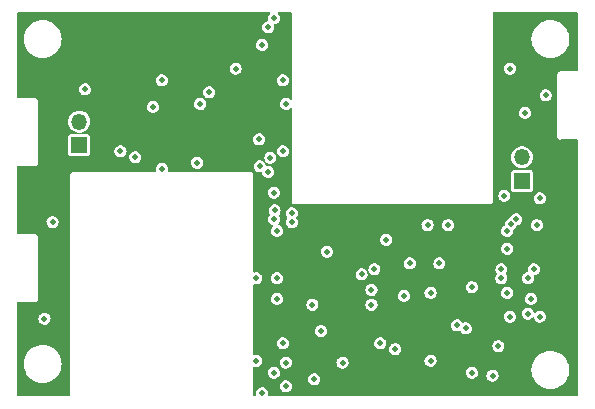
<source format=gbr>
%TF.GenerationSoftware,KiCad,Pcbnew,6.0.9-8da3e8f707~117~ubuntu22.04.1*%
%TF.CreationDate,2022-12-02T16:27:46-05:00*%
%TF.ProjectId,watch,77617463-682e-46b6-9963-61645f706362,rev?*%
%TF.SameCoordinates,Original*%
%TF.FileFunction,Copper,L3,Inr*%
%TF.FilePolarity,Positive*%
%FSLAX46Y46*%
G04 Gerber Fmt 4.6, Leading zero omitted, Abs format (unit mm)*
G04 Created by KiCad (PCBNEW 6.0.9-8da3e8f707~117~ubuntu22.04.1) date 2022-12-02 16:27:46*
%MOMM*%
%LPD*%
G01*
G04 APERTURE LIST*
%TA.AperFunction,ComponentPad*%
%ADD10R,1.350000X1.350000*%
%TD*%
%TA.AperFunction,ComponentPad*%
%ADD11O,1.350000X1.350000*%
%TD*%
%TA.AperFunction,ViaPad*%
%ADD12C,0.508000*%
%TD*%
G04 APERTURE END LIST*
D10*
%TO.N,Net-(J3-Pad1)*%
%TO.C,J3*%
X163000000Y-107000000D03*
D11*
%TO.N,GND*%
X163000000Y-105000000D03*
%TD*%
D10*
%TO.N,Net-(C1-Pad1)*%
%TO.C,J1*%
X125500000Y-104000000D03*
D11*
%TO.N,GND*%
X125500000Y-102000000D03*
%TD*%
D12*
%TO.N,Net-(C1-Pad1)*%
X141000000Y-125000000D03*
X140804800Y-105780600D03*
%TO.N,GND*%
X156750000Y-110750000D03*
X122567500Y-118682500D03*
X131750000Y-100750000D03*
X145400000Y-123800000D03*
X163250000Y-101250000D03*
X142000000Y-93250000D03*
X155250000Y-122250000D03*
X155250000Y-116500000D03*
X142000000Y-108000000D03*
X156000000Y-114000000D03*
X126000000Y-99250000D03*
X146500000Y-113000000D03*
X164500000Y-118500000D03*
X165000000Y-99750000D03*
X155000000Y-110750000D03*
X132500000Y-98500000D03*
X136500000Y-99500000D03*
%TO.N,+3.3V*%
X149250000Y-113500000D03*
X156000000Y-115500000D03*
X156000000Y-110444000D03*
X144000000Y-117500000D03*
X161556000Y-98725000D03*
X149500000Y-118750000D03*
X136250000Y-98500000D03*
X145000000Y-112750000D03*
X157750000Y-110500000D03*
X156500000Y-122250000D03*
X158000000Y-122250000D03*
X154925000Y-118825000D03*
X164500000Y-120500000D03*
%TO.N,/eBUSY*%
X163500000Y-115250000D03*
X161250000Y-115250000D03*
%TO.N,/eRST*%
X164500000Y-108500000D03*
X161750000Y-112750000D03*
%TO.N,/eDC*%
X161750000Y-116500000D03*
X164250000Y-110750000D03*
%TO.N,/eCS*%
X164000000Y-114500000D03*
X161250000Y-114500000D03*
%TO.N,/SCK*%
X135750000Y-100500000D03*
X163750000Y-117000000D03*
X158750000Y-123250000D03*
X161000000Y-121000000D03*
X142000000Y-110250000D03*
X142000000Y-123250000D03*
X135500000Y-105475800D03*
%TO.N,/MOSI*%
X163500000Y-118250000D03*
X142750000Y-98500000D03*
X138750000Y-97500000D03*
X143500000Y-109750000D03*
X162000000Y-118500000D03*
X162033758Y-110682483D03*
%TO.N,Net-(R1-Pad2)*%
X157500000Y-119250000D03*
%TO.N,/MISO*%
X142052000Y-109500000D03*
X162500000Y-110250000D03*
X141500000Y-94000000D03*
%TO.N,Net-(D1-Pad2)*%
X147800000Y-122400000D03*
%TO.N,Net-(D2-Pad2)*%
X143000000Y-122400000D03*
%TO.N,/nRESET*%
X142250000Y-117000000D03*
X150250000Y-116250000D03*
X141500000Y-106250000D03*
X132500000Y-106000000D03*
%TO.N,/TXD*%
X140500000Y-115250000D03*
X150500000Y-114500000D03*
%TO.N,/RXD*%
X141692130Y-105057870D03*
X130250000Y-105000000D03*
X142250000Y-115250000D03*
X149418084Y-114918084D03*
%TO.N,Net-(U2-Pad23)*%
X152250000Y-121250000D03*
X140500000Y-122250000D03*
X140750000Y-103500000D03*
%TO.N,/SCL*%
X150250000Y-117500000D03*
X145250000Y-117500000D03*
%TO.N,/SDA*%
X153000000Y-116750000D03*
X145975000Y-119725000D03*
%TO.N,Net-(SW2-Pad1)*%
X129000000Y-104500000D03*
X151000000Y-120750000D03*
X123250000Y-110500000D03*
X142750000Y-120750000D03*
X142750000Y-104500000D03*
%TO.N,Net-(SW3-Pad1)*%
X151500000Y-112000000D03*
X141000000Y-95500000D03*
X142250000Y-111250000D03*
%TO.N,Net-(SW4-Pad1)*%
X161500000Y-108250000D03*
X153500000Y-114000000D03*
%TO.N,Net-(U2-Pad9)*%
X162000000Y-97500000D03*
%TO.N,/RF_CS*%
X143000000Y-100500000D03*
X143500000Y-110500000D03*
X161750000Y-111250000D03*
%TO.N,/LED1*%
X158250000Y-119500000D03*
%TO.N,/LED2*%
X160500000Y-123500000D03*
X158750000Y-116000000D03*
X143000000Y-124400000D03*
%TD*%
%TA.AperFunction,Conductor*%
%TO.N,+3.3V*%
G36*
X141664864Y-92772806D02*
G01*
X141683170Y-92817000D01*
X141666181Y-92858015D01*
X141667042Y-92858776D01*
X141570622Y-92967951D01*
X141568730Y-92971981D01*
X141510611Y-93095769D01*
X141510610Y-93095772D01*
X141508719Y-93099800D01*
X141486309Y-93243724D01*
X141486886Y-93248137D01*
X141486886Y-93248139D01*
X141494262Y-93304541D01*
X141505195Y-93388152D01*
X141506988Y-93392228D01*
X141506989Y-93392230D01*
X141511948Y-93403501D01*
X141512991Y-93451325D01*
X141479912Y-93485879D01*
X141454359Y-93491171D01*
X141434732Y-93491051D01*
X141434731Y-93491051D01*
X141430279Y-93491024D01*
X141290229Y-93531051D01*
X141167042Y-93608776D01*
X141164099Y-93612108D01*
X141164097Y-93612110D01*
X141086904Y-93699515D01*
X141070622Y-93717951D01*
X141068730Y-93721981D01*
X141010611Y-93845769D01*
X141010610Y-93845772D01*
X141008719Y-93849800D01*
X140986309Y-93993724D01*
X140986886Y-93998137D01*
X140986886Y-93998139D01*
X140993944Y-94052115D01*
X141005195Y-94138152D01*
X141006988Y-94142227D01*
X141061988Y-94267221D01*
X141063859Y-94271474D01*
X141157583Y-94382973D01*
X141161288Y-94385439D01*
X141161290Y-94385441D01*
X141254265Y-94447329D01*
X141278834Y-94463684D01*
X141417864Y-94507121D01*
X141422314Y-94507203D01*
X141422317Y-94507203D01*
X141559052Y-94509709D01*
X141559055Y-94509709D01*
X141563498Y-94509790D01*
X141567789Y-94508620D01*
X141567790Y-94508620D01*
X141618770Y-94494721D01*
X141704026Y-94471477D01*
X141707817Y-94469149D01*
X141707820Y-94469148D01*
X141824362Y-94397592D01*
X141824365Y-94397589D01*
X141828154Y-94395263D01*
X141831137Y-94391967D01*
X141831141Y-94391964D01*
X141922914Y-94290574D01*
X141925901Y-94287274D01*
X141989410Y-94156191D01*
X141991760Y-94142227D01*
X142006253Y-94056080D01*
X142013576Y-94012552D01*
X142013729Y-94000000D01*
X141993080Y-93855813D01*
X141989462Y-93847856D01*
X141987834Y-93800049D01*
X142020487Y-93765092D01*
X142047502Y-93759497D01*
X142059052Y-93759709D01*
X142059055Y-93759709D01*
X142063498Y-93759790D01*
X142067789Y-93758620D01*
X142067790Y-93758620D01*
X142118770Y-93744721D01*
X142204026Y-93721477D01*
X142207817Y-93719149D01*
X142207820Y-93719148D01*
X142324362Y-93647592D01*
X142324365Y-93647589D01*
X142328154Y-93645263D01*
X142331137Y-93641967D01*
X142331141Y-93641964D01*
X142422914Y-93540574D01*
X142425901Y-93537274D01*
X142489410Y-93406191D01*
X142491193Y-93395597D01*
X142513176Y-93264927D01*
X142513576Y-93262552D01*
X142513729Y-93250000D01*
X142493080Y-93105813D01*
X142432792Y-92973218D01*
X142337713Y-92862873D01*
X142337470Y-92862716D01*
X142316887Y-92821252D01*
X142332143Y-92775915D01*
X142379242Y-92754500D01*
X143433000Y-92754500D01*
X143477194Y-92772806D01*
X143495500Y-92817000D01*
X143495500Y-100127712D01*
X143477194Y-100171906D01*
X143433000Y-100190212D01*
X143385652Y-100168509D01*
X143355032Y-100132973D01*
X143337713Y-100112873D01*
X143215485Y-100033648D01*
X143075934Y-99991914D01*
X143003106Y-99991469D01*
X142934732Y-99991051D01*
X142934731Y-99991051D01*
X142930279Y-99991024D01*
X142790229Y-100031051D01*
X142667042Y-100108776D01*
X142664099Y-100112108D01*
X142664097Y-100112110D01*
X142595120Y-100190212D01*
X142570622Y-100217951D01*
X142568730Y-100221981D01*
X142510611Y-100345769D01*
X142510610Y-100345772D01*
X142508719Y-100349800D01*
X142486309Y-100493724D01*
X142486886Y-100498137D01*
X142486886Y-100498139D01*
X142494262Y-100554541D01*
X142505195Y-100638152D01*
X142506988Y-100642227D01*
X142555473Y-100752415D01*
X142563859Y-100771474D01*
X142574092Y-100783648D01*
X142643523Y-100866246D01*
X142657583Y-100882973D01*
X142661288Y-100885439D01*
X142661290Y-100885441D01*
X142692463Y-100906191D01*
X142778834Y-100963684D01*
X142917864Y-101007121D01*
X142922314Y-101007203D01*
X142922317Y-101007203D01*
X143059052Y-101009709D01*
X143059055Y-101009709D01*
X143063498Y-101009790D01*
X143067789Y-101008620D01*
X143067790Y-101008620D01*
X143118770Y-100994721D01*
X143204026Y-100971477D01*
X143207817Y-100969149D01*
X143207820Y-100969148D01*
X143324362Y-100897592D01*
X143324365Y-100897589D01*
X143328154Y-100895263D01*
X143386664Y-100830623D01*
X143429892Y-100810142D01*
X143474942Y-100826228D01*
X143495500Y-100872565D01*
X143495500Y-108718778D01*
X143494299Y-108730971D01*
X143490514Y-108750000D01*
X143495500Y-108775067D01*
X143510266Y-108849301D01*
X143513685Y-108854418D01*
X143513686Y-108854420D01*
X143532765Y-108882973D01*
X143566516Y-108933484D01*
X143571633Y-108936903D01*
X143645580Y-108986314D01*
X143645582Y-108986315D01*
X143650699Y-108989734D01*
X143750000Y-109009486D01*
X143769029Y-109005701D01*
X143781222Y-109004500D01*
X160218778Y-109004500D01*
X160230971Y-109005701D01*
X160250000Y-109009486D01*
X160349301Y-108989734D01*
X160354418Y-108986315D01*
X160354420Y-108986314D01*
X160428367Y-108936903D01*
X160433484Y-108933484D01*
X160467235Y-108882973D01*
X160486314Y-108854420D01*
X160486315Y-108854418D01*
X160489734Y-108849301D01*
X160504500Y-108775067D01*
X160509486Y-108750000D01*
X160505701Y-108730971D01*
X160504500Y-108718778D01*
X160504500Y-108243724D01*
X160986309Y-108243724D01*
X160986886Y-108248137D01*
X160986886Y-108248139D01*
X160989405Y-108267400D01*
X161005195Y-108388152D01*
X161006988Y-108392227D01*
X161058718Y-108509790D01*
X161063859Y-108521474D01*
X161157583Y-108632973D01*
X161161288Y-108635439D01*
X161161290Y-108635441D01*
X161192463Y-108656191D01*
X161278834Y-108713684D01*
X161417864Y-108757121D01*
X161422314Y-108757203D01*
X161422317Y-108757203D01*
X161559052Y-108759709D01*
X161559055Y-108759709D01*
X161563498Y-108759790D01*
X161567789Y-108758620D01*
X161567790Y-108758620D01*
X161621553Y-108743962D01*
X161704026Y-108721477D01*
X161707817Y-108719149D01*
X161707820Y-108719148D01*
X161824362Y-108647592D01*
X161824365Y-108647589D01*
X161828154Y-108645263D01*
X161831137Y-108641967D01*
X161831141Y-108641964D01*
X161922914Y-108540574D01*
X161925901Y-108537274D01*
X161947001Y-108493724D01*
X163986309Y-108493724D01*
X163986886Y-108498137D01*
X163986886Y-108498139D01*
X163989405Y-108517400D01*
X164005195Y-108638152D01*
X164006988Y-108642227D01*
X164058718Y-108759790D01*
X164063859Y-108771474D01*
X164157583Y-108882973D01*
X164161288Y-108885439D01*
X164161290Y-108885441D01*
X164225778Y-108928367D01*
X164278834Y-108963684D01*
X164417864Y-109007121D01*
X164422314Y-109007203D01*
X164422317Y-109007203D01*
X164559052Y-109009709D01*
X164559055Y-109009709D01*
X164563498Y-109009790D01*
X164567789Y-109008620D01*
X164567790Y-109008620D01*
X164649605Y-108986314D01*
X164704026Y-108971477D01*
X164707817Y-108969149D01*
X164707820Y-108969148D01*
X164824362Y-108897592D01*
X164824365Y-108897589D01*
X164828154Y-108895263D01*
X164831137Y-108891967D01*
X164831141Y-108891964D01*
X164922914Y-108790574D01*
X164925901Y-108787274D01*
X164989410Y-108656191D01*
X164991760Y-108642227D01*
X164998711Y-108600906D01*
X165013576Y-108512552D01*
X165013729Y-108500000D01*
X164993080Y-108355813D01*
X164944123Y-108248139D01*
X164934636Y-108227273D01*
X164934635Y-108227271D01*
X164932792Y-108223218D01*
X164837713Y-108112873D01*
X164715485Y-108033648D01*
X164575934Y-107991914D01*
X164503106Y-107991469D01*
X164434732Y-107991051D01*
X164434731Y-107991051D01*
X164430279Y-107991024D01*
X164290229Y-108031051D01*
X164167042Y-108108776D01*
X164164099Y-108112108D01*
X164164097Y-108112110D01*
X164073569Y-108214614D01*
X164070622Y-108217951D01*
X164068730Y-108221981D01*
X164010611Y-108345769D01*
X164010610Y-108345772D01*
X164008719Y-108349800D01*
X163986309Y-108493724D01*
X161947001Y-108493724D01*
X161989410Y-108406191D01*
X161991760Y-108392227D01*
X161999575Y-108345769D01*
X162013576Y-108262552D01*
X162013729Y-108250000D01*
X161993080Y-108105813D01*
X161944123Y-107998139D01*
X161934636Y-107977273D01*
X161934635Y-107977271D01*
X161932792Y-107973218D01*
X161837713Y-107862873D01*
X161715485Y-107783648D01*
X161575934Y-107741914D01*
X161503106Y-107741469D01*
X161434732Y-107741051D01*
X161434731Y-107741051D01*
X161430279Y-107741024D01*
X161290229Y-107781051D01*
X161167042Y-107858776D01*
X161164099Y-107862108D01*
X161164097Y-107862110D01*
X161073569Y-107964614D01*
X161070622Y-107967951D01*
X161068730Y-107971981D01*
X161010611Y-108095769D01*
X161010610Y-108095772D01*
X161008719Y-108099800D01*
X160986309Y-108243724D01*
X160504500Y-108243724D01*
X160504500Y-106299933D01*
X162070500Y-106299933D01*
X162070501Y-107700066D01*
X162071100Y-107703075D01*
X162071100Y-107703080D01*
X162078819Y-107741887D01*
X162085266Y-107774301D01*
X162141516Y-107858484D01*
X162146633Y-107861903D01*
X162220580Y-107911314D01*
X162220582Y-107911315D01*
X162225699Y-107914734D01*
X162258753Y-107921309D01*
X162296920Y-107928901D01*
X162296923Y-107928901D01*
X162299933Y-107929500D01*
X163000000Y-107929500D01*
X163700066Y-107929499D01*
X163703075Y-107928900D01*
X163703080Y-107928900D01*
X163768263Y-107915935D01*
X163774301Y-107914734D01*
X163858484Y-107858484D01*
X163906871Y-107786069D01*
X163911314Y-107779420D01*
X163911315Y-107779418D01*
X163914734Y-107774301D01*
X163921353Y-107741024D01*
X163928901Y-107703080D01*
X163928901Y-107703077D01*
X163929500Y-107700067D01*
X163929499Y-106299934D01*
X163927087Y-106287803D01*
X163915935Y-106231737D01*
X163914734Y-106225699D01*
X163858484Y-106141516D01*
X163811650Y-106110222D01*
X163779420Y-106088686D01*
X163779418Y-106088685D01*
X163774301Y-106085266D01*
X163741247Y-106078691D01*
X163703080Y-106071099D01*
X163703077Y-106071099D01*
X163700067Y-106070500D01*
X163696996Y-106070500D01*
X163000001Y-106070501D01*
X162299934Y-106070501D01*
X162296925Y-106071100D01*
X162296920Y-106071100D01*
X162231737Y-106084065D01*
X162225699Y-106085266D01*
X162141516Y-106141516D01*
X162085266Y-106225699D01*
X162084065Y-106231737D01*
X162084065Y-106231738D01*
X162077936Y-106262552D01*
X162070500Y-106299933D01*
X160504500Y-106299933D01*
X160504500Y-105000000D01*
X162065380Y-105000000D01*
X162085804Y-105194318D01*
X162086817Y-105197435D01*
X162086817Y-105197436D01*
X162145169Y-105377028D01*
X162145171Y-105377033D01*
X162146182Y-105380144D01*
X162243877Y-105549356D01*
X162374617Y-105694558D01*
X162532690Y-105809405D01*
X162535676Y-105810734D01*
X162535677Y-105810735D01*
X162663768Y-105867764D01*
X162711187Y-105888876D01*
X162714394Y-105889558D01*
X162714395Y-105889558D01*
X162899096Y-105928818D01*
X162899099Y-105928818D01*
X162902306Y-105929500D01*
X163097694Y-105929500D01*
X163100901Y-105928818D01*
X163100904Y-105928818D01*
X163285605Y-105889558D01*
X163285606Y-105889558D01*
X163288813Y-105888876D01*
X163336232Y-105867764D01*
X163464323Y-105810735D01*
X163464324Y-105810734D01*
X163467310Y-105809405D01*
X163625383Y-105694558D01*
X163756123Y-105549356D01*
X163853818Y-105380144D01*
X163854829Y-105377033D01*
X163854831Y-105377028D01*
X163913183Y-105197436D01*
X163913183Y-105197435D01*
X163914196Y-105194318D01*
X163934620Y-105000000D01*
X163914196Y-104805682D01*
X163905663Y-104779419D01*
X163854831Y-104622972D01*
X163854829Y-104622967D01*
X163853818Y-104619856D01*
X163756123Y-104450644D01*
X163625383Y-104305442D01*
X163467310Y-104190595D01*
X163288813Y-104111124D01*
X163285606Y-104110442D01*
X163285605Y-104110442D01*
X163100904Y-104071182D01*
X163100901Y-104071182D01*
X163097694Y-104070500D01*
X162902306Y-104070500D01*
X162899099Y-104071182D01*
X162899096Y-104071182D01*
X162714395Y-104110442D01*
X162714394Y-104110442D01*
X162711187Y-104111124D01*
X162532690Y-104190595D01*
X162374617Y-104305442D01*
X162243877Y-104450644D01*
X162146182Y-104619856D01*
X162145171Y-104622967D01*
X162145169Y-104622972D01*
X162094337Y-104779419D01*
X162085804Y-104805682D01*
X162065380Y-105000000D01*
X160504500Y-105000000D01*
X160504500Y-101243724D01*
X162736309Y-101243724D01*
X162736886Y-101248137D01*
X162736886Y-101248139D01*
X162744128Y-101303521D01*
X162755195Y-101388152D01*
X162756988Y-101392227D01*
X162783940Y-101453478D01*
X162813859Y-101521474D01*
X162907583Y-101632973D01*
X162911288Y-101635439D01*
X162911290Y-101635441D01*
X163004265Y-101697329D01*
X163028834Y-101713684D01*
X163167864Y-101757121D01*
X163172314Y-101757203D01*
X163172317Y-101757203D01*
X163309052Y-101759709D01*
X163309055Y-101759709D01*
X163313498Y-101759790D01*
X163317789Y-101758620D01*
X163317790Y-101758620D01*
X163368770Y-101744721D01*
X163454026Y-101721477D01*
X163457817Y-101719149D01*
X163457820Y-101719148D01*
X163574362Y-101647592D01*
X163574365Y-101647589D01*
X163578154Y-101645263D01*
X163581137Y-101641967D01*
X163581141Y-101641964D01*
X163672914Y-101540574D01*
X163675901Y-101537274D01*
X163739410Y-101406191D01*
X163741760Y-101392227D01*
X163763176Y-101264927D01*
X163763576Y-101262552D01*
X163763729Y-101250000D01*
X163743080Y-101105813D01*
X163702881Y-101017400D01*
X163684636Y-100977273D01*
X163684635Y-100977271D01*
X163682792Y-100973218D01*
X163587713Y-100862873D01*
X163465485Y-100783648D01*
X163325934Y-100741914D01*
X163253106Y-100741469D01*
X163184732Y-100741051D01*
X163184731Y-100741051D01*
X163180279Y-100741024D01*
X163040229Y-100781051D01*
X162917042Y-100858776D01*
X162914099Y-100862108D01*
X162914097Y-100862110D01*
X162826571Y-100961215D01*
X162820622Y-100967951D01*
X162818730Y-100971981D01*
X162760611Y-101095769D01*
X162760610Y-101095772D01*
X162758719Y-101099800D01*
X162736309Y-101243724D01*
X160504500Y-101243724D01*
X160504500Y-99743724D01*
X164486309Y-99743724D01*
X164486886Y-99748137D01*
X164486886Y-99748139D01*
X164489405Y-99767400D01*
X164505195Y-99888152D01*
X164506988Y-99892227D01*
X164558718Y-100009790D01*
X164563859Y-100021474D01*
X164606022Y-100071633D01*
X164643523Y-100116246D01*
X164657583Y-100132973D01*
X164661288Y-100135439D01*
X164661290Y-100135441D01*
X164710968Y-100168509D01*
X164778834Y-100213684D01*
X164917864Y-100257121D01*
X164922314Y-100257203D01*
X164922317Y-100257203D01*
X165059052Y-100259709D01*
X165059055Y-100259709D01*
X165063498Y-100259790D01*
X165067789Y-100258620D01*
X165067790Y-100258620D01*
X165132330Y-100241024D01*
X165204026Y-100221477D01*
X165207817Y-100219149D01*
X165207820Y-100219148D01*
X165324362Y-100147592D01*
X165324365Y-100147589D01*
X165328154Y-100145263D01*
X165331137Y-100141967D01*
X165331141Y-100141964D01*
X165422914Y-100040574D01*
X165425901Y-100037274D01*
X165489410Y-99906191D01*
X165491760Y-99892227D01*
X165498711Y-99850906D01*
X165513576Y-99762552D01*
X165513729Y-99750000D01*
X165493080Y-99605813D01*
X165444123Y-99498139D01*
X165434636Y-99477273D01*
X165434635Y-99477271D01*
X165432792Y-99473218D01*
X165337713Y-99362873D01*
X165215485Y-99283648D01*
X165075934Y-99241914D01*
X165003107Y-99241469D01*
X164934732Y-99241051D01*
X164934731Y-99241051D01*
X164930279Y-99241024D01*
X164790229Y-99281051D01*
X164667042Y-99358776D01*
X164664099Y-99362108D01*
X164664097Y-99362110D01*
X164573569Y-99464614D01*
X164570622Y-99467951D01*
X164568730Y-99471981D01*
X164510611Y-99595769D01*
X164510610Y-99595772D01*
X164508719Y-99599800D01*
X164486309Y-99743724D01*
X160504500Y-99743724D01*
X160504500Y-97493724D01*
X161486309Y-97493724D01*
X161486886Y-97498137D01*
X161486886Y-97498139D01*
X161494262Y-97554541D01*
X161505195Y-97638152D01*
X161506988Y-97642227D01*
X161558399Y-97759065D01*
X161563859Y-97771474D01*
X161657583Y-97882973D01*
X161661288Y-97885439D01*
X161661290Y-97885441D01*
X161754265Y-97947329D01*
X161778834Y-97963684D01*
X161917864Y-98007121D01*
X161922314Y-98007203D01*
X161922317Y-98007203D01*
X162059052Y-98009709D01*
X162059055Y-98009709D01*
X162063498Y-98009790D01*
X162067789Y-98008620D01*
X162067790Y-98008620D01*
X162132330Y-97991024D01*
X162204026Y-97971477D01*
X162207817Y-97969149D01*
X162207820Y-97969148D01*
X162324362Y-97897592D01*
X162324365Y-97897589D01*
X162328154Y-97895263D01*
X162331137Y-97891967D01*
X162331141Y-97891964D01*
X162422914Y-97790574D01*
X162425901Y-97787274D01*
X162489410Y-97656191D01*
X162491760Y-97642227D01*
X162513176Y-97514927D01*
X162513576Y-97512552D01*
X162513729Y-97500000D01*
X162493080Y-97355813D01*
X162432792Y-97223218D01*
X162337713Y-97112873D01*
X162215485Y-97033648D01*
X162075934Y-96991914D01*
X162003106Y-96991469D01*
X161934732Y-96991051D01*
X161934731Y-96991051D01*
X161930279Y-96991024D01*
X161790229Y-97031051D01*
X161667042Y-97108776D01*
X161664099Y-97112108D01*
X161664097Y-97112110D01*
X161573569Y-97214614D01*
X161570622Y-97217951D01*
X161568730Y-97221981D01*
X161510611Y-97345769D01*
X161510610Y-97345772D01*
X161508719Y-97349800D01*
X161486309Y-97493724D01*
X160504500Y-97493724D01*
X160504500Y-95000000D01*
X163795539Y-95000000D01*
X163815354Y-95251775D01*
X163874312Y-95497351D01*
X163875254Y-95499625D01*
X163970017Y-95728405D01*
X163970021Y-95728412D01*
X163970960Y-95730680D01*
X163972245Y-95732776D01*
X163972246Y-95732779D01*
X163998046Y-95774881D01*
X164102919Y-95946017D01*
X164266939Y-96138061D01*
X164458983Y-96302081D01*
X164674320Y-96434040D01*
X164676588Y-96434979D01*
X164676595Y-96434983D01*
X164881145Y-96519710D01*
X164907649Y-96530688D01*
X165153225Y-96589646D01*
X165209882Y-96594105D01*
X165340725Y-96604403D01*
X165340738Y-96604404D01*
X165341964Y-96604500D01*
X165468036Y-96604500D01*
X165469262Y-96604404D01*
X165469275Y-96604403D01*
X165600118Y-96594105D01*
X165656775Y-96589646D01*
X165902351Y-96530688D01*
X165928855Y-96519710D01*
X166133405Y-96434983D01*
X166133412Y-96434979D01*
X166135680Y-96434040D01*
X166351017Y-96302081D01*
X166543061Y-96138061D01*
X166707081Y-95946017D01*
X166811954Y-95774881D01*
X166837754Y-95732779D01*
X166837755Y-95732776D01*
X166839040Y-95730680D01*
X166839979Y-95728412D01*
X166839983Y-95728405D01*
X166934746Y-95499625D01*
X166935688Y-95497351D01*
X166994646Y-95251775D01*
X167014461Y-95000000D01*
X166994646Y-94748225D01*
X166935688Y-94502649D01*
X166919548Y-94463684D01*
X166839983Y-94271595D01*
X166839979Y-94271588D01*
X166839040Y-94269320D01*
X166772171Y-94160199D01*
X166708366Y-94056080D01*
X166707081Y-94053983D01*
X166543061Y-93861939D01*
X166351017Y-93697919D01*
X166268891Y-93647592D01*
X166137779Y-93567246D01*
X166137776Y-93567245D01*
X166135680Y-93565960D01*
X166133412Y-93565021D01*
X166133405Y-93565017D01*
X165904625Y-93470254D01*
X165904626Y-93470254D01*
X165902351Y-93469312D01*
X165656775Y-93410354D01*
X165600118Y-93405895D01*
X165469275Y-93395597D01*
X165469262Y-93395596D01*
X165468036Y-93395500D01*
X165341964Y-93395500D01*
X165340738Y-93395596D01*
X165340725Y-93395597D01*
X165209882Y-93405895D01*
X165153225Y-93410354D01*
X164907649Y-93469312D01*
X164905374Y-93470254D01*
X164905375Y-93470254D01*
X164676595Y-93565017D01*
X164676588Y-93565021D01*
X164674320Y-93565960D01*
X164672224Y-93567245D01*
X164672221Y-93567246D01*
X164541109Y-93647592D01*
X164458983Y-93697919D01*
X164266939Y-93861939D01*
X164102919Y-94053983D01*
X164101634Y-94056080D01*
X164037830Y-94160199D01*
X163970960Y-94269320D01*
X163970021Y-94271588D01*
X163970017Y-94271595D01*
X163890452Y-94463684D01*
X163874312Y-94502649D01*
X163815354Y-94748225D01*
X163795539Y-95000000D01*
X160504500Y-95000000D01*
X160504500Y-92817000D01*
X160522806Y-92772806D01*
X160567000Y-92754500D01*
X167683000Y-92754500D01*
X167727194Y-92772806D01*
X167745500Y-92817000D01*
X167745500Y-97683000D01*
X167727194Y-97727194D01*
X167683000Y-97745500D01*
X166281222Y-97745500D01*
X166269029Y-97744299D01*
X166256038Y-97741715D01*
X166250000Y-97740514D01*
X166150699Y-97760266D01*
X166145582Y-97763685D01*
X166145580Y-97763686D01*
X166140022Y-97767400D01*
X166066516Y-97816516D01*
X166063097Y-97821633D01*
X166016103Y-97891964D01*
X166010266Y-97900699D01*
X165996188Y-97971477D01*
X165990514Y-98000000D01*
X165991715Y-98006038D01*
X165994299Y-98019029D01*
X165995500Y-98031222D01*
X165995500Y-103218778D01*
X165994299Y-103230971D01*
X165990514Y-103250000D01*
X165995500Y-103275067D01*
X166010266Y-103349301D01*
X166066516Y-103433484D01*
X166071633Y-103436903D01*
X166145580Y-103486314D01*
X166145582Y-103486315D01*
X166150699Y-103489734D01*
X166250000Y-103509486D01*
X166269029Y-103505701D01*
X166281222Y-103504500D01*
X167683000Y-103504500D01*
X167727194Y-103522806D01*
X167745500Y-103567000D01*
X167745500Y-125183000D01*
X167727194Y-125227194D01*
X167683000Y-125245500D01*
X141545797Y-125245500D01*
X141501603Y-125227194D01*
X141483297Y-125183000D01*
X141486256Y-125163997D01*
X141487468Y-125160198D01*
X141489410Y-125156191D01*
X141513576Y-125012552D01*
X141513729Y-125000000D01*
X141493080Y-124855813D01*
X141432792Y-124723218D01*
X141337713Y-124612873D01*
X141215485Y-124533648D01*
X141075934Y-124491914D01*
X141003107Y-124491469D01*
X140934732Y-124491051D01*
X140934731Y-124491051D01*
X140930279Y-124491024D01*
X140790229Y-124531051D01*
X140667042Y-124608776D01*
X140664099Y-124612108D01*
X140664097Y-124612110D01*
X140573569Y-124714614D01*
X140570622Y-124717951D01*
X140568730Y-124721981D01*
X140510611Y-124845769D01*
X140510610Y-124845772D01*
X140508719Y-124849800D01*
X140486309Y-124993724D01*
X140486886Y-124998137D01*
X140486886Y-124998139D01*
X140494262Y-125054541D01*
X140505195Y-125138152D01*
X140513853Y-125157829D01*
X140514897Y-125205652D01*
X140481819Y-125240207D01*
X140456646Y-125245500D01*
X140317000Y-125245500D01*
X140272806Y-125227194D01*
X140254500Y-125183000D01*
X140254500Y-124393724D01*
X142486309Y-124393724D01*
X142486886Y-124398137D01*
X142486886Y-124398139D01*
X142491413Y-124432754D01*
X142505195Y-124538152D01*
X142506988Y-124542227D01*
X142539558Y-124616246D01*
X142563859Y-124671474D01*
X142657583Y-124782973D01*
X142661288Y-124785439D01*
X142661290Y-124785441D01*
X142751921Y-124845769D01*
X142778834Y-124863684D01*
X142917864Y-124907121D01*
X142922314Y-124907203D01*
X142922317Y-124907203D01*
X143059052Y-124909709D01*
X143059055Y-124909709D01*
X143063498Y-124909790D01*
X143067789Y-124908620D01*
X143067790Y-124908620D01*
X143118770Y-124894721D01*
X143204026Y-124871477D01*
X143207817Y-124869149D01*
X143207820Y-124869148D01*
X143324362Y-124797592D01*
X143324365Y-124797589D01*
X143328154Y-124795263D01*
X143331137Y-124791967D01*
X143331141Y-124791964D01*
X143422914Y-124690574D01*
X143425901Y-124687274D01*
X143489410Y-124556191D01*
X143491760Y-124542227D01*
X143513176Y-124414927D01*
X143513576Y-124412552D01*
X143513729Y-124400000D01*
X143493080Y-124255813D01*
X143439541Y-124138061D01*
X143434636Y-124127273D01*
X143434635Y-124127271D01*
X143432792Y-124123218D01*
X143337713Y-124012873D01*
X143215485Y-123933648D01*
X143075934Y-123891914D01*
X143003106Y-123891469D01*
X142934732Y-123891051D01*
X142934731Y-123891051D01*
X142930279Y-123891024D01*
X142790229Y-123931051D01*
X142667042Y-124008776D01*
X142664099Y-124012108D01*
X142664097Y-124012110D01*
X142573569Y-124114614D01*
X142570622Y-124117951D01*
X142568730Y-124121981D01*
X142510611Y-124245769D01*
X142510610Y-124245772D01*
X142508719Y-124249800D01*
X142486309Y-124393724D01*
X140254500Y-124393724D01*
X140254500Y-123793724D01*
X144886309Y-123793724D01*
X144886886Y-123798137D01*
X144886886Y-123798139D01*
X144894262Y-123854541D01*
X144905195Y-123938152D01*
X144906988Y-123942227D01*
X144939558Y-124016246D01*
X144963859Y-124071474D01*
X145057583Y-124182973D01*
X145061288Y-124185439D01*
X145061290Y-124185441D01*
X145151921Y-124245769D01*
X145178834Y-124263684D01*
X145317864Y-124307121D01*
X145322314Y-124307203D01*
X145322317Y-124307203D01*
X145459052Y-124309709D01*
X145459055Y-124309709D01*
X145463498Y-124309790D01*
X145467789Y-124308620D01*
X145467790Y-124308620D01*
X145518770Y-124294721D01*
X145604026Y-124271477D01*
X145607817Y-124269149D01*
X145607820Y-124269148D01*
X145724362Y-124197592D01*
X145724365Y-124197589D01*
X145728154Y-124195263D01*
X145731137Y-124191967D01*
X145731141Y-124191964D01*
X145822914Y-124090574D01*
X145825901Y-124087274D01*
X145889410Y-123956191D01*
X145890808Y-123947885D01*
X145913176Y-123814927D01*
X145913576Y-123812552D01*
X145913729Y-123800000D01*
X145893080Y-123655813D01*
X145862936Y-123589515D01*
X145834636Y-123527273D01*
X145834635Y-123527271D01*
X145832792Y-123523218D01*
X145737713Y-123412873D01*
X145615485Y-123333648D01*
X145475934Y-123291914D01*
X145403107Y-123291469D01*
X145334732Y-123291051D01*
X145334731Y-123291051D01*
X145330279Y-123291024D01*
X145190229Y-123331051D01*
X145067042Y-123408776D01*
X145064099Y-123412108D01*
X145064097Y-123412110D01*
X144975390Y-123512552D01*
X144970622Y-123517951D01*
X144968730Y-123521981D01*
X144910611Y-123645769D01*
X144910610Y-123645772D01*
X144908719Y-123649800D01*
X144886309Y-123793724D01*
X140254500Y-123793724D01*
X140254500Y-123243724D01*
X141486309Y-123243724D01*
X141486886Y-123248137D01*
X141486886Y-123248139D01*
X141492654Y-123292248D01*
X141505195Y-123388152D01*
X141506988Y-123392227D01*
X141555473Y-123502415D01*
X141563859Y-123521474D01*
X141657583Y-123632973D01*
X141661288Y-123635439D01*
X141661290Y-123635441D01*
X141754265Y-123697329D01*
X141778834Y-123713684D01*
X141917864Y-123757121D01*
X141922314Y-123757203D01*
X141922317Y-123757203D01*
X142059052Y-123759709D01*
X142059055Y-123759709D01*
X142063498Y-123759790D01*
X142067789Y-123758620D01*
X142067790Y-123758620D01*
X142170270Y-123730680D01*
X142204026Y-123721477D01*
X142207817Y-123719149D01*
X142207820Y-123719148D01*
X142324362Y-123647592D01*
X142324365Y-123647589D01*
X142328154Y-123645263D01*
X142331137Y-123641967D01*
X142331141Y-123641964D01*
X142422914Y-123540574D01*
X142425901Y-123537274D01*
X142489410Y-123406191D01*
X142491760Y-123392227D01*
X142508636Y-123291914D01*
X142513576Y-123262552D01*
X142513729Y-123250000D01*
X142512830Y-123243724D01*
X158236309Y-123243724D01*
X158236886Y-123248137D01*
X158236886Y-123248139D01*
X158242654Y-123292248D01*
X158255195Y-123388152D01*
X158256988Y-123392227D01*
X158305473Y-123502415D01*
X158313859Y-123521474D01*
X158407583Y-123632973D01*
X158411288Y-123635439D01*
X158411290Y-123635441D01*
X158504265Y-123697329D01*
X158528834Y-123713684D01*
X158667864Y-123757121D01*
X158672314Y-123757203D01*
X158672317Y-123757203D01*
X158809052Y-123759709D01*
X158809055Y-123759709D01*
X158813498Y-123759790D01*
X158817789Y-123758620D01*
X158817790Y-123758620D01*
X158920270Y-123730680D01*
X158954026Y-123721477D01*
X158957817Y-123719149D01*
X158957820Y-123719148D01*
X159074362Y-123647592D01*
X159074365Y-123647589D01*
X159078154Y-123645263D01*
X159081137Y-123641967D01*
X159081141Y-123641964D01*
X159172914Y-123540574D01*
X159175901Y-123537274D01*
X159197001Y-123493724D01*
X159986309Y-123493724D01*
X159986886Y-123498137D01*
X159986886Y-123498139D01*
X159989405Y-123517400D01*
X160005195Y-123638152D01*
X160006988Y-123642227D01*
X160058718Y-123759790D01*
X160063859Y-123771474D01*
X160157583Y-123882973D01*
X160161288Y-123885439D01*
X160161290Y-123885441D01*
X160234300Y-123934040D01*
X160278834Y-123963684D01*
X160417864Y-124007121D01*
X160422314Y-124007203D01*
X160422317Y-124007203D01*
X160559052Y-124009709D01*
X160559055Y-124009709D01*
X160563498Y-124009790D01*
X160567789Y-124008620D01*
X160567790Y-124008620D01*
X160618770Y-123994721D01*
X160704026Y-123971477D01*
X160707817Y-123969149D01*
X160707820Y-123969148D01*
X160824362Y-123897592D01*
X160824365Y-123897589D01*
X160828154Y-123895263D01*
X160831137Y-123891967D01*
X160831141Y-123891964D01*
X160922914Y-123790574D01*
X160925901Y-123787274D01*
X160989410Y-123656191D01*
X160991164Y-123645769D01*
X160998711Y-123600906D01*
X161013576Y-123512552D01*
X161013729Y-123500000D01*
X160993080Y-123355813D01*
X160944123Y-123248139D01*
X160934636Y-123227273D01*
X160934635Y-123227271D01*
X160932792Y-123223218D01*
X160837713Y-123112873D01*
X160715485Y-123033648D01*
X160602972Y-123000000D01*
X163795539Y-123000000D01*
X163815354Y-123251775D01*
X163874312Y-123497351D01*
X163884304Y-123521474D01*
X163970017Y-123728405D01*
X163970021Y-123728412D01*
X163970960Y-123730680D01*
X163972245Y-123732776D01*
X163972246Y-123732779D01*
X164014715Y-123802081D01*
X164102919Y-123946017D01*
X164266939Y-124138061D01*
X164458983Y-124302081D01*
X164461080Y-124303366D01*
X164639255Y-124412552D01*
X164674320Y-124434040D01*
X164676588Y-124434979D01*
X164676595Y-124434983D01*
X164881145Y-124519710D01*
X164907649Y-124530688D01*
X165153225Y-124589646D01*
X165209882Y-124594105D01*
X165340725Y-124604403D01*
X165340738Y-124604404D01*
X165341964Y-124604500D01*
X165468036Y-124604500D01*
X165469262Y-124604404D01*
X165469275Y-124604403D01*
X165600118Y-124594105D01*
X165656775Y-124589646D01*
X165902351Y-124530688D01*
X165928855Y-124519710D01*
X166133405Y-124434983D01*
X166133412Y-124434979D01*
X166135680Y-124434040D01*
X166170746Y-124412552D01*
X166348920Y-124303366D01*
X166351017Y-124302081D01*
X166543061Y-124138061D01*
X166707081Y-123946017D01*
X166795285Y-123802081D01*
X166837754Y-123732779D01*
X166837755Y-123732776D01*
X166839040Y-123730680D01*
X166839979Y-123728412D01*
X166839983Y-123728405D01*
X166925696Y-123521474D01*
X166935688Y-123497351D01*
X166994646Y-123251775D01*
X167014461Y-123000000D01*
X166994646Y-122748225D01*
X166935688Y-122502649D01*
X166924710Y-122476145D01*
X166839983Y-122271595D01*
X166839979Y-122271588D01*
X166839040Y-122269320D01*
X166829775Y-122254200D01*
X166708366Y-122056080D01*
X166707081Y-122053983D01*
X166543061Y-121861939D01*
X166351017Y-121697919D01*
X166268891Y-121647592D01*
X166137779Y-121567246D01*
X166137776Y-121567245D01*
X166135680Y-121565960D01*
X166133412Y-121565021D01*
X166133405Y-121565017D01*
X165904625Y-121470254D01*
X165904626Y-121470254D01*
X165902351Y-121469312D01*
X165656775Y-121410354D01*
X165600118Y-121405895D01*
X165469275Y-121395597D01*
X165469262Y-121395596D01*
X165468036Y-121395500D01*
X165341964Y-121395500D01*
X165340738Y-121395596D01*
X165340725Y-121395597D01*
X165209882Y-121405895D01*
X165153225Y-121410354D01*
X164907649Y-121469312D01*
X164905374Y-121470254D01*
X164905375Y-121470254D01*
X164676595Y-121565017D01*
X164676588Y-121565021D01*
X164674320Y-121565960D01*
X164672224Y-121567245D01*
X164672221Y-121567246D01*
X164541109Y-121647592D01*
X164458983Y-121697919D01*
X164266939Y-121861939D01*
X164102919Y-122053983D01*
X164101634Y-122056080D01*
X163980226Y-122254200D01*
X163970960Y-122269320D01*
X163970021Y-122271588D01*
X163970017Y-122271595D01*
X163885290Y-122476145D01*
X163874312Y-122502649D01*
X163815354Y-122748225D01*
X163795539Y-123000000D01*
X160602972Y-123000000D01*
X160575934Y-122991914D01*
X160503107Y-122991469D01*
X160434732Y-122991051D01*
X160434731Y-122991051D01*
X160430279Y-122991024D01*
X160290229Y-123031051D01*
X160167042Y-123108776D01*
X160164099Y-123112108D01*
X160164097Y-123112110D01*
X160073569Y-123214614D01*
X160070622Y-123217951D01*
X160068730Y-123221981D01*
X160010611Y-123345769D01*
X160010610Y-123345772D01*
X160008719Y-123349800D01*
X159986309Y-123493724D01*
X159197001Y-123493724D01*
X159239410Y-123406191D01*
X159241760Y-123392227D01*
X159258636Y-123291914D01*
X159263576Y-123262552D01*
X159263729Y-123250000D01*
X159243080Y-123105813D01*
X159194799Y-122999625D01*
X159184636Y-122977273D01*
X159184635Y-122977271D01*
X159182792Y-122973218D01*
X159087713Y-122862873D01*
X158965485Y-122783648D01*
X158825934Y-122741914D01*
X158753106Y-122741469D01*
X158684732Y-122741051D01*
X158684731Y-122741051D01*
X158680279Y-122741024D01*
X158540229Y-122781051D01*
X158417042Y-122858776D01*
X158414099Y-122862108D01*
X158414097Y-122862110D01*
X158371988Y-122909790D01*
X158320622Y-122967951D01*
X158318730Y-122971981D01*
X158260611Y-123095769D01*
X158260610Y-123095772D01*
X158258719Y-123099800D01*
X158236309Y-123243724D01*
X142512830Y-123243724D01*
X142493080Y-123105813D01*
X142444799Y-122999625D01*
X142434636Y-122977273D01*
X142434635Y-122977271D01*
X142432792Y-122973218D01*
X142337713Y-122862873D01*
X142215485Y-122783648D01*
X142075934Y-122741914D01*
X142003106Y-122741469D01*
X141934732Y-122741051D01*
X141934731Y-122741051D01*
X141930279Y-122741024D01*
X141790229Y-122781051D01*
X141667042Y-122858776D01*
X141664099Y-122862108D01*
X141664097Y-122862110D01*
X141621988Y-122909790D01*
X141570622Y-122967951D01*
X141568730Y-122971981D01*
X141510611Y-123095769D01*
X141510610Y-123095772D01*
X141508719Y-123099800D01*
X141486309Y-123243724D01*
X140254500Y-123243724D01*
X140254500Y-122791087D01*
X140272806Y-122746893D01*
X140317000Y-122728587D01*
X140335637Y-122731431D01*
X140417864Y-122757121D01*
X140422314Y-122757203D01*
X140422317Y-122757203D01*
X140559052Y-122759709D01*
X140559055Y-122759709D01*
X140563498Y-122759790D01*
X140567789Y-122758620D01*
X140567790Y-122758620D01*
X140632330Y-122741024D01*
X140704026Y-122721477D01*
X140707817Y-122719149D01*
X140707820Y-122719148D01*
X140824362Y-122647592D01*
X140824365Y-122647589D01*
X140828154Y-122645263D01*
X140831137Y-122641967D01*
X140831141Y-122641964D01*
X140922914Y-122540574D01*
X140925901Y-122537274D01*
X140989410Y-122406191D01*
X140990854Y-122397612D01*
X140991508Y-122393724D01*
X142486309Y-122393724D01*
X142486886Y-122398137D01*
X142486886Y-122398139D01*
X142494262Y-122454541D01*
X142505195Y-122538152D01*
X142506988Y-122542227D01*
X142553351Y-122647592D01*
X142563859Y-122671474D01*
X142566723Y-122674881D01*
X142631359Y-122751775D01*
X142657583Y-122782973D01*
X142661288Y-122785439D01*
X142661290Y-122785441D01*
X142754265Y-122847329D01*
X142778834Y-122863684D01*
X142917864Y-122907121D01*
X142922314Y-122907203D01*
X142922317Y-122907203D01*
X143059052Y-122909709D01*
X143059055Y-122909709D01*
X143063498Y-122909790D01*
X143067789Y-122908620D01*
X143067790Y-122908620D01*
X143118770Y-122894721D01*
X143204026Y-122871477D01*
X143207817Y-122869149D01*
X143207820Y-122869148D01*
X143324362Y-122797592D01*
X143324365Y-122797589D01*
X143328154Y-122795263D01*
X143331137Y-122791967D01*
X143331141Y-122791964D01*
X143422914Y-122690574D01*
X143425901Y-122687274D01*
X143489410Y-122556191D01*
X143491760Y-122542227D01*
X143513176Y-122414927D01*
X143513576Y-122412552D01*
X143513729Y-122400000D01*
X143512830Y-122393724D01*
X147286309Y-122393724D01*
X147286886Y-122398137D01*
X147286886Y-122398139D01*
X147294262Y-122454541D01*
X147305195Y-122538152D01*
X147306988Y-122542227D01*
X147353351Y-122647592D01*
X147363859Y-122671474D01*
X147366723Y-122674881D01*
X147431359Y-122751775D01*
X147457583Y-122782973D01*
X147461288Y-122785439D01*
X147461290Y-122785441D01*
X147554265Y-122847329D01*
X147578834Y-122863684D01*
X147717864Y-122907121D01*
X147722314Y-122907203D01*
X147722317Y-122907203D01*
X147859052Y-122909709D01*
X147859055Y-122909709D01*
X147863498Y-122909790D01*
X147867789Y-122908620D01*
X147867790Y-122908620D01*
X147918770Y-122894721D01*
X148004026Y-122871477D01*
X148007817Y-122869149D01*
X148007820Y-122869148D01*
X148124362Y-122797592D01*
X148124365Y-122797589D01*
X148128154Y-122795263D01*
X148131137Y-122791967D01*
X148131141Y-122791964D01*
X148222914Y-122690574D01*
X148225901Y-122687274D01*
X148289410Y-122556191D01*
X148291760Y-122542227D01*
X148313176Y-122414927D01*
X148313576Y-122412552D01*
X148313729Y-122400000D01*
X148293080Y-122255813D01*
X148287583Y-122243724D01*
X154736309Y-122243724D01*
X154736886Y-122248137D01*
X154736886Y-122248139D01*
X154744262Y-122304541D01*
X154755195Y-122388152D01*
X154756988Y-122392227D01*
X154805576Y-122502649D01*
X154813859Y-122521474D01*
X154907583Y-122632973D01*
X154911288Y-122635439D01*
X154911290Y-122635441D01*
X154970541Y-122674881D01*
X155028834Y-122713684D01*
X155167864Y-122757121D01*
X155172314Y-122757203D01*
X155172317Y-122757203D01*
X155309052Y-122759709D01*
X155309055Y-122759709D01*
X155313498Y-122759790D01*
X155317789Y-122758620D01*
X155317790Y-122758620D01*
X155382330Y-122741024D01*
X155454026Y-122721477D01*
X155457817Y-122719149D01*
X155457820Y-122719148D01*
X155574362Y-122647592D01*
X155574365Y-122647589D01*
X155578154Y-122645263D01*
X155581137Y-122641967D01*
X155581141Y-122641964D01*
X155672914Y-122540574D01*
X155675901Y-122537274D01*
X155739410Y-122406191D01*
X155740854Y-122397612D01*
X155748711Y-122350906D01*
X155763576Y-122262552D01*
X155763729Y-122250000D01*
X155743080Y-122105813D01*
X155699721Y-122010451D01*
X155684636Y-121977273D01*
X155684635Y-121977271D01*
X155682792Y-121973218D01*
X155587713Y-121862873D01*
X155465485Y-121783648D01*
X155325934Y-121741914D01*
X155253107Y-121741469D01*
X155184732Y-121741051D01*
X155184731Y-121741051D01*
X155180279Y-121741024D01*
X155040229Y-121781051D01*
X154917042Y-121858776D01*
X154914099Y-121862108D01*
X154914097Y-121862110D01*
X154850917Y-121933648D01*
X154820622Y-121967951D01*
X154818730Y-121971981D01*
X154760611Y-122095769D01*
X154760610Y-122095772D01*
X154758719Y-122099800D01*
X154736309Y-122243724D01*
X148287583Y-122243724D01*
X148232792Y-122123218D01*
X148137713Y-122012873D01*
X148015485Y-121933648D01*
X147875934Y-121891914D01*
X147803107Y-121891469D01*
X147734732Y-121891051D01*
X147734731Y-121891051D01*
X147730279Y-121891024D01*
X147590229Y-121931051D01*
X147467042Y-122008776D01*
X147464099Y-122012108D01*
X147464097Y-122012110D01*
X147390212Y-122095769D01*
X147370622Y-122117951D01*
X147368730Y-122121981D01*
X147310611Y-122245769D01*
X147310610Y-122245772D01*
X147308719Y-122249800D01*
X147286309Y-122393724D01*
X143512830Y-122393724D01*
X143493080Y-122255813D01*
X143432792Y-122123218D01*
X143337713Y-122012873D01*
X143215485Y-121933648D01*
X143075934Y-121891914D01*
X143003107Y-121891469D01*
X142934732Y-121891051D01*
X142934731Y-121891051D01*
X142930279Y-121891024D01*
X142790229Y-121931051D01*
X142667042Y-122008776D01*
X142664099Y-122012108D01*
X142664097Y-122012110D01*
X142590212Y-122095769D01*
X142570622Y-122117951D01*
X142568730Y-122121981D01*
X142510611Y-122245769D01*
X142510610Y-122245772D01*
X142508719Y-122249800D01*
X142486309Y-122393724D01*
X140991508Y-122393724D01*
X140998711Y-122350906D01*
X141013576Y-122262552D01*
X141013729Y-122250000D01*
X140993080Y-122105813D01*
X140949721Y-122010451D01*
X140934636Y-121977273D01*
X140934635Y-121977271D01*
X140932792Y-121973218D01*
X140837713Y-121862873D01*
X140715485Y-121783648D01*
X140575934Y-121741914D01*
X140503107Y-121741469D01*
X140434732Y-121741051D01*
X140434731Y-121741051D01*
X140430279Y-121741024D01*
X140334175Y-121768491D01*
X140286652Y-121763034D01*
X140256906Y-121725572D01*
X140254500Y-121708397D01*
X140254500Y-120743724D01*
X142236309Y-120743724D01*
X142236886Y-120748137D01*
X142236886Y-120748139D01*
X142241030Y-120779828D01*
X142255195Y-120888152D01*
X142256988Y-120892227D01*
X142305473Y-121002415D01*
X142313859Y-121021474D01*
X142407583Y-121132973D01*
X142411288Y-121135439D01*
X142411290Y-121135441D01*
X142442463Y-121156191D01*
X142528834Y-121213684D01*
X142667864Y-121257121D01*
X142672314Y-121257203D01*
X142672317Y-121257203D01*
X142809052Y-121259709D01*
X142809055Y-121259709D01*
X142813498Y-121259790D01*
X142817789Y-121258620D01*
X142817790Y-121258620D01*
X142888554Y-121239327D01*
X142954026Y-121221477D01*
X142957817Y-121219149D01*
X142957820Y-121219148D01*
X143074362Y-121147592D01*
X143074365Y-121147589D01*
X143078154Y-121145263D01*
X143081137Y-121141967D01*
X143081141Y-121141964D01*
X143172914Y-121040574D01*
X143175901Y-121037274D01*
X143239410Y-120906191D01*
X143241193Y-120895597D01*
X143259619Y-120786069D01*
X143263576Y-120762552D01*
X143263729Y-120750000D01*
X143262830Y-120743724D01*
X150486309Y-120743724D01*
X150486886Y-120748137D01*
X150486886Y-120748139D01*
X150491030Y-120779828D01*
X150505195Y-120888152D01*
X150506988Y-120892227D01*
X150555473Y-121002415D01*
X150563859Y-121021474D01*
X150657583Y-121132973D01*
X150661288Y-121135439D01*
X150661290Y-121135441D01*
X150692463Y-121156191D01*
X150778834Y-121213684D01*
X150917864Y-121257121D01*
X150922314Y-121257203D01*
X150922317Y-121257203D01*
X151059052Y-121259709D01*
X151059055Y-121259709D01*
X151063498Y-121259790D01*
X151067789Y-121258620D01*
X151067790Y-121258620D01*
X151122426Y-121243724D01*
X151736309Y-121243724D01*
X151736886Y-121248137D01*
X151736886Y-121248139D01*
X151739405Y-121267400D01*
X151755195Y-121388152D01*
X151756988Y-121392227D01*
X151808718Y-121509790D01*
X151813859Y-121521474D01*
X151907583Y-121632973D01*
X151911288Y-121635439D01*
X151911290Y-121635441D01*
X152003220Y-121696634D01*
X152028834Y-121713684D01*
X152167864Y-121757121D01*
X152172314Y-121757203D01*
X152172317Y-121757203D01*
X152309052Y-121759709D01*
X152309055Y-121759709D01*
X152313498Y-121759790D01*
X152317789Y-121758620D01*
X152317790Y-121758620D01*
X152382330Y-121741024D01*
X152454026Y-121721477D01*
X152457817Y-121719149D01*
X152457820Y-121719148D01*
X152574362Y-121647592D01*
X152574365Y-121647589D01*
X152578154Y-121645263D01*
X152581137Y-121641967D01*
X152581141Y-121641964D01*
X152672914Y-121540574D01*
X152675901Y-121537274D01*
X152739410Y-121406191D01*
X152741193Y-121395597D01*
X152748711Y-121350906D01*
X152763576Y-121262552D01*
X152763729Y-121250000D01*
X152743080Y-121105813D01*
X152694123Y-120998139D01*
X152692116Y-120993724D01*
X160486309Y-120993724D01*
X160486886Y-120998137D01*
X160486886Y-120998139D01*
X160489405Y-121017400D01*
X160505195Y-121138152D01*
X160506988Y-121142227D01*
X160558718Y-121259790D01*
X160563859Y-121271474D01*
X160657583Y-121382973D01*
X160661288Y-121385439D01*
X160661290Y-121385441D01*
X160692463Y-121406191D01*
X160778834Y-121463684D01*
X160917864Y-121507121D01*
X160922314Y-121507203D01*
X160922317Y-121507203D01*
X161059052Y-121509709D01*
X161059055Y-121509709D01*
X161063498Y-121509790D01*
X161067789Y-121508620D01*
X161067790Y-121508620D01*
X161118770Y-121494721D01*
X161204026Y-121471477D01*
X161207817Y-121469149D01*
X161207820Y-121469148D01*
X161324362Y-121397592D01*
X161324365Y-121397589D01*
X161328154Y-121395263D01*
X161331137Y-121391967D01*
X161331141Y-121391964D01*
X161422914Y-121290574D01*
X161425901Y-121287274D01*
X161489410Y-121156191D01*
X161491760Y-121142227D01*
X161504374Y-121067246D01*
X161513576Y-121012552D01*
X161513729Y-121000000D01*
X161493080Y-120855813D01*
X161444123Y-120748139D01*
X161434636Y-120727273D01*
X161434635Y-120727271D01*
X161432792Y-120723218D01*
X161337713Y-120612873D01*
X161215485Y-120533648D01*
X161075934Y-120491914D01*
X161003106Y-120491469D01*
X160934732Y-120491051D01*
X160934731Y-120491051D01*
X160930279Y-120491024D01*
X160790229Y-120531051D01*
X160667042Y-120608776D01*
X160664099Y-120612108D01*
X160664097Y-120612110D01*
X160573569Y-120714614D01*
X160570622Y-120717951D01*
X160568730Y-120721981D01*
X160510611Y-120845769D01*
X160510610Y-120845772D01*
X160508719Y-120849800D01*
X160486309Y-120993724D01*
X152692116Y-120993724D01*
X152684636Y-120977273D01*
X152684635Y-120977271D01*
X152682792Y-120973218D01*
X152587713Y-120862873D01*
X152465485Y-120783648D01*
X152325934Y-120741914D01*
X152253106Y-120741469D01*
X152184732Y-120741051D01*
X152184731Y-120741051D01*
X152180279Y-120741024D01*
X152040229Y-120781051D01*
X151917042Y-120858776D01*
X151914099Y-120862108D01*
X151914097Y-120862110D01*
X151871490Y-120910354D01*
X151820622Y-120967951D01*
X151818730Y-120971981D01*
X151760611Y-121095769D01*
X151760610Y-121095772D01*
X151758719Y-121099800D01*
X151736309Y-121243724D01*
X151122426Y-121243724D01*
X151138554Y-121239327D01*
X151204026Y-121221477D01*
X151207817Y-121219149D01*
X151207820Y-121219148D01*
X151324362Y-121147592D01*
X151324365Y-121147589D01*
X151328154Y-121145263D01*
X151331137Y-121141967D01*
X151331141Y-121141964D01*
X151422914Y-121040574D01*
X151425901Y-121037274D01*
X151489410Y-120906191D01*
X151491193Y-120895597D01*
X151509619Y-120786069D01*
X151513576Y-120762552D01*
X151513729Y-120750000D01*
X151493080Y-120605813D01*
X151441293Y-120491914D01*
X151434636Y-120477273D01*
X151434635Y-120477271D01*
X151432792Y-120473218D01*
X151337713Y-120362873D01*
X151215485Y-120283648D01*
X151075934Y-120241914D01*
X151003107Y-120241469D01*
X150934732Y-120241051D01*
X150934731Y-120241051D01*
X150930279Y-120241024D01*
X150790229Y-120281051D01*
X150667042Y-120358776D01*
X150664099Y-120362108D01*
X150664097Y-120362110D01*
X150573569Y-120464614D01*
X150570622Y-120467951D01*
X150568730Y-120471981D01*
X150510611Y-120595769D01*
X150510610Y-120595772D01*
X150508719Y-120599800D01*
X150486309Y-120743724D01*
X143262830Y-120743724D01*
X143243080Y-120605813D01*
X143191293Y-120491914D01*
X143184636Y-120477273D01*
X143184635Y-120477271D01*
X143182792Y-120473218D01*
X143087713Y-120362873D01*
X142965485Y-120283648D01*
X142825934Y-120241914D01*
X142753107Y-120241469D01*
X142684732Y-120241051D01*
X142684731Y-120241051D01*
X142680279Y-120241024D01*
X142540229Y-120281051D01*
X142417042Y-120358776D01*
X142414099Y-120362108D01*
X142414097Y-120362110D01*
X142323569Y-120464614D01*
X142320622Y-120467951D01*
X142318730Y-120471981D01*
X142260611Y-120595769D01*
X142260610Y-120595772D01*
X142258719Y-120599800D01*
X142236309Y-120743724D01*
X140254500Y-120743724D01*
X140254500Y-119718724D01*
X145461309Y-119718724D01*
X145461886Y-119723137D01*
X145461886Y-119723139D01*
X145464692Y-119744596D01*
X145480195Y-119863152D01*
X145481988Y-119867227D01*
X145490003Y-119885441D01*
X145538859Y-119996474D01*
X145632583Y-120107973D01*
X145636288Y-120110439D01*
X145636290Y-120110441D01*
X145729265Y-120172329D01*
X145753834Y-120188684D01*
X145892864Y-120232121D01*
X145897314Y-120232203D01*
X145897317Y-120232203D01*
X146034052Y-120234709D01*
X146034055Y-120234709D01*
X146038498Y-120234790D01*
X146042789Y-120233620D01*
X146042790Y-120233620D01*
X146093770Y-120219721D01*
X146179026Y-120196477D01*
X146182817Y-120194149D01*
X146182820Y-120194148D01*
X146299362Y-120122592D01*
X146299365Y-120122589D01*
X146303154Y-120120263D01*
X146306137Y-120116967D01*
X146306141Y-120116964D01*
X146397914Y-120015574D01*
X146400901Y-120012274D01*
X146464410Y-119881191D01*
X146466760Y-119867227D01*
X146473711Y-119825906D01*
X146488576Y-119737552D01*
X146488729Y-119725000D01*
X146468080Y-119580813D01*
X146407792Y-119448218D01*
X146312713Y-119337873D01*
X146190485Y-119258648D01*
X146140582Y-119243724D01*
X156986309Y-119243724D01*
X156986886Y-119248137D01*
X156986886Y-119248139D01*
X156988577Y-119261069D01*
X157005195Y-119388152D01*
X157006988Y-119392227D01*
X157055473Y-119502415D01*
X157063859Y-119521474D01*
X157157583Y-119632973D01*
X157161288Y-119635439D01*
X157161290Y-119635441D01*
X157192463Y-119656191D01*
X157278834Y-119713684D01*
X157417864Y-119757121D01*
X157422314Y-119757203D01*
X157422317Y-119757203D01*
X157559052Y-119759709D01*
X157559055Y-119759709D01*
X157563498Y-119759790D01*
X157567789Y-119758620D01*
X157567790Y-119758620D01*
X157636353Y-119739927D01*
X157704026Y-119721477D01*
X157707818Y-119719149D01*
X157707822Y-119719147D01*
X157712125Y-119716505D01*
X157759365Y-119708983D01*
X157798088Y-119737068D01*
X157802032Y-119744596D01*
X157813859Y-119771474D01*
X157907583Y-119882973D01*
X157911288Y-119885439D01*
X157911290Y-119885441D01*
X158004265Y-119947329D01*
X158028834Y-119963684D01*
X158167864Y-120007121D01*
X158172314Y-120007203D01*
X158172317Y-120007203D01*
X158309052Y-120009709D01*
X158309055Y-120009709D01*
X158313498Y-120009790D01*
X158317789Y-120008620D01*
X158317790Y-120008620D01*
X158377283Y-119992400D01*
X158454026Y-119971477D01*
X158457817Y-119969149D01*
X158457820Y-119969148D01*
X158574362Y-119897592D01*
X158574365Y-119897589D01*
X158578154Y-119895263D01*
X158581137Y-119891967D01*
X158581141Y-119891964D01*
X158672914Y-119790574D01*
X158675901Y-119787274D01*
X158739410Y-119656191D01*
X158743890Y-119629566D01*
X158753103Y-119574800D01*
X158763576Y-119512552D01*
X158763729Y-119500000D01*
X158743080Y-119355813D01*
X158698322Y-119257374D01*
X158684636Y-119227273D01*
X158684635Y-119227271D01*
X158682792Y-119223218D01*
X158587713Y-119112873D01*
X158465485Y-119033648D01*
X158325934Y-118991914D01*
X158253106Y-118991469D01*
X158184732Y-118991051D01*
X158184731Y-118991051D01*
X158180279Y-118991024D01*
X158040229Y-119031051D01*
X158036462Y-119033428D01*
X158032399Y-119035245D01*
X158031685Y-119033648D01*
X157990627Y-119040706D01*
X157951561Y-119013100D01*
X157947522Y-119005615D01*
X157934636Y-118977273D01*
X157934635Y-118977272D01*
X157932792Y-118973218D01*
X157929825Y-118969774D01*
X157912700Y-118949900D01*
X157837713Y-118862873D01*
X157715485Y-118783648D01*
X157575934Y-118741914D01*
X157503106Y-118741469D01*
X157434732Y-118741051D01*
X157434731Y-118741051D01*
X157430279Y-118741024D01*
X157290229Y-118781051D01*
X157167042Y-118858776D01*
X157164099Y-118862108D01*
X157164097Y-118862110D01*
X157132761Y-118897592D01*
X157070622Y-118967951D01*
X157068730Y-118971981D01*
X157010611Y-119095769D01*
X157010610Y-119095772D01*
X157008719Y-119099800D01*
X156986309Y-119243724D01*
X146140582Y-119243724D01*
X146050934Y-119216914D01*
X145978106Y-119216469D01*
X145909732Y-119216051D01*
X145909731Y-119216051D01*
X145905279Y-119216024D01*
X145765229Y-119256051D01*
X145642042Y-119333776D01*
X145639099Y-119337108D01*
X145639097Y-119337110D01*
X145590420Y-119392227D01*
X145545622Y-119442951D01*
X145543730Y-119446981D01*
X145485611Y-119570769D01*
X145485610Y-119570772D01*
X145483719Y-119574800D01*
X145461309Y-119718724D01*
X140254500Y-119718724D01*
X140254500Y-118493724D01*
X161486309Y-118493724D01*
X161486886Y-118498137D01*
X161486886Y-118498139D01*
X161489405Y-118517400D01*
X161505195Y-118638152D01*
X161506988Y-118642227D01*
X161558718Y-118759790D01*
X161563859Y-118771474D01*
X161574092Y-118783648D01*
X161643523Y-118866246D01*
X161657583Y-118882973D01*
X161661288Y-118885439D01*
X161661290Y-118885441D01*
X161754265Y-118947329D01*
X161778834Y-118963684D01*
X161917864Y-119007121D01*
X161922314Y-119007203D01*
X161922317Y-119007203D01*
X162059052Y-119009709D01*
X162059055Y-119009709D01*
X162063498Y-119009790D01*
X162067789Y-119008620D01*
X162067790Y-119008620D01*
X162132330Y-118991024D01*
X162204026Y-118971477D01*
X162207817Y-118969149D01*
X162207820Y-118969148D01*
X162324362Y-118897592D01*
X162324365Y-118897589D01*
X162328154Y-118895263D01*
X162331137Y-118891967D01*
X162331141Y-118891964D01*
X162422914Y-118790574D01*
X162425901Y-118787274D01*
X162489410Y-118656191D01*
X162491760Y-118642227D01*
X162504020Y-118569350D01*
X162513576Y-118512552D01*
X162513729Y-118500000D01*
X162493080Y-118355813D01*
X162442116Y-118243724D01*
X162986309Y-118243724D01*
X162986886Y-118248137D01*
X162986886Y-118248139D01*
X162988771Y-118262552D01*
X163005195Y-118388152D01*
X163006988Y-118392227D01*
X163055473Y-118502415D01*
X163063859Y-118521474D01*
X163157583Y-118632973D01*
X163161288Y-118635439D01*
X163161290Y-118635441D01*
X163192463Y-118656191D01*
X163278834Y-118713684D01*
X163417864Y-118757121D01*
X163422314Y-118757203D01*
X163422317Y-118757203D01*
X163559052Y-118759709D01*
X163559055Y-118759709D01*
X163563498Y-118759790D01*
X163567789Y-118758620D01*
X163567790Y-118758620D01*
X163632330Y-118741024D01*
X163704026Y-118721477D01*
X163707817Y-118719149D01*
X163707820Y-118719148D01*
X163824362Y-118647592D01*
X163824365Y-118647589D01*
X163828154Y-118645263D01*
X163831137Y-118641967D01*
X163831141Y-118641964D01*
X163892889Y-118573745D01*
X163936118Y-118553264D01*
X163981168Y-118569350D01*
X164001198Y-118607584D01*
X164004617Y-118633735D01*
X164004618Y-118633738D01*
X164005195Y-118638152D01*
X164006988Y-118642227D01*
X164058718Y-118759790D01*
X164063859Y-118771474D01*
X164074092Y-118783648D01*
X164143523Y-118866246D01*
X164157583Y-118882973D01*
X164161288Y-118885439D01*
X164161290Y-118885441D01*
X164254265Y-118947329D01*
X164278834Y-118963684D01*
X164417864Y-119007121D01*
X164422314Y-119007203D01*
X164422317Y-119007203D01*
X164559052Y-119009709D01*
X164559055Y-119009709D01*
X164563498Y-119009790D01*
X164567789Y-119008620D01*
X164567790Y-119008620D01*
X164632330Y-118991024D01*
X164704026Y-118971477D01*
X164707817Y-118969149D01*
X164707820Y-118969148D01*
X164824362Y-118897592D01*
X164824365Y-118897589D01*
X164828154Y-118895263D01*
X164831137Y-118891967D01*
X164831141Y-118891964D01*
X164922914Y-118790574D01*
X164925901Y-118787274D01*
X164989410Y-118656191D01*
X164991760Y-118642227D01*
X165004020Y-118569350D01*
X165013576Y-118512552D01*
X165013729Y-118500000D01*
X164993080Y-118355813D01*
X164942116Y-118243724D01*
X164934636Y-118227273D01*
X164934635Y-118227271D01*
X164932792Y-118223218D01*
X164837713Y-118112873D01*
X164715485Y-118033648D01*
X164575934Y-117991914D01*
X164503107Y-117991469D01*
X164434732Y-117991051D01*
X164434731Y-117991051D01*
X164430279Y-117991024D01*
X164290229Y-118031051D01*
X164167042Y-118108776D01*
X164164099Y-118112108D01*
X164164097Y-118112110D01*
X164107257Y-118176469D01*
X164064281Y-118197476D01*
X164019038Y-118181942D01*
X163998542Y-118143955D01*
X163993712Y-118110222D01*
X163993711Y-118110218D01*
X163993080Y-118105813D01*
X163958531Y-118029828D01*
X163934636Y-117977273D01*
X163934635Y-117977271D01*
X163932792Y-117973218D01*
X163837713Y-117862873D01*
X163715485Y-117783648D01*
X163575934Y-117741914D01*
X163503106Y-117741469D01*
X163434732Y-117741051D01*
X163434731Y-117741051D01*
X163430279Y-117741024D01*
X163290229Y-117781051D01*
X163167042Y-117858776D01*
X163164099Y-117862108D01*
X163164097Y-117862110D01*
X163132761Y-117897592D01*
X163070622Y-117967951D01*
X163068730Y-117971981D01*
X163010611Y-118095769D01*
X163010610Y-118095772D01*
X163008719Y-118099800D01*
X162986309Y-118243724D01*
X162442116Y-118243724D01*
X162434636Y-118227273D01*
X162434635Y-118227271D01*
X162432792Y-118223218D01*
X162337713Y-118112873D01*
X162215485Y-118033648D01*
X162075934Y-117991914D01*
X162003107Y-117991469D01*
X161934732Y-117991051D01*
X161934731Y-117991051D01*
X161930279Y-117991024D01*
X161790229Y-118031051D01*
X161667042Y-118108776D01*
X161664099Y-118112108D01*
X161664097Y-118112110D01*
X161602424Y-118181942D01*
X161570622Y-118217951D01*
X161568730Y-118221981D01*
X161510611Y-118345769D01*
X161510610Y-118345772D01*
X161508719Y-118349800D01*
X161486309Y-118493724D01*
X140254500Y-118493724D01*
X140254500Y-116993724D01*
X141736309Y-116993724D01*
X141736886Y-116998137D01*
X141736886Y-116998139D01*
X141741030Y-117029828D01*
X141755195Y-117138152D01*
X141756988Y-117142227D01*
X141808718Y-117259790D01*
X141813859Y-117271474D01*
X141907583Y-117382973D01*
X141911288Y-117385439D01*
X141911290Y-117385441D01*
X142004265Y-117447329D01*
X142028834Y-117463684D01*
X142167864Y-117507121D01*
X142172314Y-117507203D01*
X142172317Y-117507203D01*
X142309052Y-117509709D01*
X142309055Y-117509709D01*
X142313498Y-117509790D01*
X142317789Y-117508620D01*
X142317790Y-117508620D01*
X142372426Y-117493724D01*
X144736309Y-117493724D01*
X144736886Y-117498137D01*
X144736886Y-117498139D01*
X144744262Y-117554541D01*
X144755195Y-117638152D01*
X144756988Y-117642227D01*
X144801414Y-117743190D01*
X144813859Y-117771474D01*
X144824092Y-117783648D01*
X144893523Y-117866246D01*
X144907583Y-117882973D01*
X144911288Y-117885439D01*
X144911290Y-117885441D01*
X145004265Y-117947329D01*
X145028834Y-117963684D01*
X145167864Y-118007121D01*
X145172314Y-118007203D01*
X145172317Y-118007203D01*
X145309052Y-118009709D01*
X145309055Y-118009709D01*
X145313498Y-118009790D01*
X145317789Y-118008620D01*
X145317790Y-118008620D01*
X145382330Y-117991024D01*
X145454026Y-117971477D01*
X145457817Y-117969149D01*
X145457820Y-117969148D01*
X145574362Y-117897592D01*
X145574365Y-117897589D01*
X145578154Y-117895263D01*
X145581137Y-117891967D01*
X145581141Y-117891964D01*
X145672914Y-117790574D01*
X145675901Y-117787274D01*
X145739410Y-117656191D01*
X145741760Y-117642227D01*
X145763176Y-117514927D01*
X145763576Y-117512552D01*
X145763729Y-117500000D01*
X145762830Y-117493724D01*
X149736309Y-117493724D01*
X149736886Y-117498137D01*
X149736886Y-117498139D01*
X149744262Y-117554541D01*
X149755195Y-117638152D01*
X149756988Y-117642227D01*
X149801414Y-117743190D01*
X149813859Y-117771474D01*
X149824092Y-117783648D01*
X149893523Y-117866246D01*
X149907583Y-117882973D01*
X149911288Y-117885439D01*
X149911290Y-117885441D01*
X150004265Y-117947329D01*
X150028834Y-117963684D01*
X150167864Y-118007121D01*
X150172314Y-118007203D01*
X150172317Y-118007203D01*
X150309052Y-118009709D01*
X150309055Y-118009709D01*
X150313498Y-118009790D01*
X150317789Y-118008620D01*
X150317790Y-118008620D01*
X150382330Y-117991024D01*
X150454026Y-117971477D01*
X150457817Y-117969149D01*
X150457820Y-117969148D01*
X150574362Y-117897592D01*
X150574365Y-117897589D01*
X150578154Y-117895263D01*
X150581137Y-117891967D01*
X150581141Y-117891964D01*
X150672914Y-117790574D01*
X150675901Y-117787274D01*
X150739410Y-117656191D01*
X150741760Y-117642227D01*
X150763176Y-117514927D01*
X150763576Y-117512552D01*
X150763729Y-117500000D01*
X150743080Y-117355813D01*
X150702881Y-117267400D01*
X150684636Y-117227273D01*
X150684635Y-117227271D01*
X150682792Y-117223218D01*
X150587713Y-117112873D01*
X150465485Y-117033648D01*
X150325934Y-116991914D01*
X150253106Y-116991469D01*
X150184732Y-116991051D01*
X150184731Y-116991051D01*
X150180279Y-116991024D01*
X150040229Y-117031051D01*
X149917042Y-117108776D01*
X149914099Y-117112108D01*
X149914097Y-117112110D01*
X149826571Y-117211215D01*
X149820622Y-117217951D01*
X149818730Y-117221981D01*
X149760611Y-117345769D01*
X149760610Y-117345772D01*
X149758719Y-117349800D01*
X149736309Y-117493724D01*
X145762830Y-117493724D01*
X145743080Y-117355813D01*
X145702881Y-117267400D01*
X145684636Y-117227273D01*
X145684635Y-117227271D01*
X145682792Y-117223218D01*
X145587713Y-117112873D01*
X145465485Y-117033648D01*
X145325934Y-116991914D01*
X145253106Y-116991469D01*
X145184732Y-116991051D01*
X145184731Y-116991051D01*
X145180279Y-116991024D01*
X145040229Y-117031051D01*
X144917042Y-117108776D01*
X144914099Y-117112108D01*
X144914097Y-117112110D01*
X144826571Y-117211215D01*
X144820622Y-117217951D01*
X144818730Y-117221981D01*
X144760611Y-117345769D01*
X144760610Y-117345772D01*
X144758719Y-117349800D01*
X144736309Y-117493724D01*
X142372426Y-117493724D01*
X142388554Y-117489327D01*
X142454026Y-117471477D01*
X142457817Y-117469149D01*
X142457820Y-117469148D01*
X142574362Y-117397592D01*
X142574365Y-117397589D01*
X142578154Y-117395263D01*
X142581137Y-117391967D01*
X142581141Y-117391964D01*
X142672914Y-117290574D01*
X142675901Y-117287274D01*
X142739410Y-117156191D01*
X142741760Y-117142227D01*
X142749997Y-117093262D01*
X142763576Y-117012552D01*
X142763729Y-117000000D01*
X142743080Y-116855813D01*
X142699580Y-116760141D01*
X142684636Y-116727273D01*
X142684635Y-116727271D01*
X142682792Y-116723218D01*
X142587713Y-116612873D01*
X142465485Y-116533648D01*
X142325934Y-116491914D01*
X142253107Y-116491469D01*
X142184732Y-116491051D01*
X142184731Y-116491051D01*
X142180279Y-116491024D01*
X142040229Y-116531051D01*
X141917042Y-116608776D01*
X141914099Y-116612108D01*
X141914097Y-116612110D01*
X141826571Y-116711215D01*
X141820622Y-116717951D01*
X141818730Y-116721981D01*
X141760611Y-116845769D01*
X141760610Y-116845772D01*
X141758719Y-116849800D01*
X141736309Y-116993724D01*
X140254500Y-116993724D01*
X140254500Y-116243724D01*
X149736309Y-116243724D01*
X149736886Y-116248137D01*
X149736886Y-116248139D01*
X149739405Y-116267400D01*
X149755195Y-116388152D01*
X149756988Y-116392227D01*
X149808718Y-116509790D01*
X149813859Y-116521474D01*
X149824092Y-116533648D01*
X149893523Y-116616246D01*
X149907583Y-116632973D01*
X149911288Y-116635439D01*
X149911290Y-116635441D01*
X149942463Y-116656191D01*
X150028834Y-116713684D01*
X150167864Y-116757121D01*
X150172314Y-116757203D01*
X150172317Y-116757203D01*
X150309052Y-116759709D01*
X150309055Y-116759709D01*
X150313498Y-116759790D01*
X150317789Y-116758620D01*
X150317790Y-116758620D01*
X150372426Y-116743724D01*
X152486309Y-116743724D01*
X152486886Y-116748137D01*
X152486886Y-116748139D01*
X152489405Y-116767400D01*
X152505195Y-116888152D01*
X152506988Y-116892227D01*
X152558718Y-117009790D01*
X152563859Y-117021474D01*
X152574092Y-117033648D01*
X152643523Y-117116246D01*
X152657583Y-117132973D01*
X152661288Y-117135439D01*
X152661290Y-117135441D01*
X152692463Y-117156191D01*
X152778834Y-117213684D01*
X152917864Y-117257121D01*
X152922314Y-117257203D01*
X152922317Y-117257203D01*
X153059052Y-117259709D01*
X153059055Y-117259709D01*
X153063498Y-117259790D01*
X153067789Y-117258620D01*
X153067790Y-117258620D01*
X153149605Y-117236314D01*
X153204026Y-117221477D01*
X153207817Y-117219149D01*
X153207820Y-117219148D01*
X153324362Y-117147592D01*
X153324365Y-117147589D01*
X153328154Y-117145263D01*
X153331137Y-117141967D01*
X153331141Y-117141964D01*
X153422914Y-117040574D01*
X153425901Y-117037274D01*
X153489410Y-116906191D01*
X153491760Y-116892227D01*
X153504497Y-116816516D01*
X153513576Y-116762552D01*
X153513729Y-116750000D01*
X153493080Y-116605813D01*
X153449580Y-116510141D01*
X153442116Y-116493724D01*
X154736309Y-116493724D01*
X154736886Y-116498137D01*
X154736886Y-116498139D01*
X154739405Y-116517400D01*
X154755195Y-116638152D01*
X154756988Y-116642227D01*
X154808718Y-116759790D01*
X154813859Y-116771474D01*
X154907583Y-116882973D01*
X154911288Y-116885439D01*
X154911290Y-116885441D01*
X154942463Y-116906191D01*
X155028834Y-116963684D01*
X155167864Y-117007121D01*
X155172314Y-117007203D01*
X155172317Y-117007203D01*
X155309052Y-117009709D01*
X155309055Y-117009709D01*
X155313498Y-117009790D01*
X155317789Y-117008620D01*
X155317790Y-117008620D01*
X155388554Y-116989327D01*
X155454026Y-116971477D01*
X155457817Y-116969149D01*
X155457820Y-116969148D01*
X155574362Y-116897592D01*
X155574365Y-116897589D01*
X155578154Y-116895263D01*
X155581137Y-116891967D01*
X155581141Y-116891964D01*
X155672914Y-116790574D01*
X155675901Y-116787274D01*
X155739410Y-116656191D01*
X155741760Y-116642227D01*
X155749575Y-116595769D01*
X155763576Y-116512552D01*
X155763729Y-116500000D01*
X155743080Y-116355813D01*
X155694123Y-116248139D01*
X155684636Y-116227273D01*
X155684635Y-116227271D01*
X155682792Y-116223218D01*
X155587713Y-116112873D01*
X155465485Y-116033648D01*
X155331986Y-115993724D01*
X158236309Y-115993724D01*
X158236886Y-115998137D01*
X158236886Y-115998139D01*
X158241030Y-116029828D01*
X158255195Y-116138152D01*
X158256988Y-116142227D01*
X158305473Y-116252415D01*
X158313859Y-116271474D01*
X158324092Y-116283648D01*
X158393523Y-116366246D01*
X158407583Y-116382973D01*
X158411288Y-116385439D01*
X158411290Y-116385441D01*
X158442463Y-116406191D01*
X158528834Y-116463684D01*
X158667864Y-116507121D01*
X158672314Y-116507203D01*
X158672317Y-116507203D01*
X158809052Y-116509709D01*
X158809055Y-116509709D01*
X158813498Y-116509790D01*
X158817789Y-116508620D01*
X158817790Y-116508620D01*
X158872426Y-116493724D01*
X161236309Y-116493724D01*
X161236886Y-116498137D01*
X161236886Y-116498139D01*
X161239405Y-116517400D01*
X161255195Y-116638152D01*
X161256988Y-116642227D01*
X161308718Y-116759790D01*
X161313859Y-116771474D01*
X161407583Y-116882973D01*
X161411288Y-116885439D01*
X161411290Y-116885441D01*
X161442463Y-116906191D01*
X161528834Y-116963684D01*
X161667864Y-117007121D01*
X161672314Y-117007203D01*
X161672317Y-117007203D01*
X161809052Y-117009709D01*
X161809055Y-117009709D01*
X161813498Y-117009790D01*
X161817789Y-117008620D01*
X161817790Y-117008620D01*
X161872426Y-116993724D01*
X163236309Y-116993724D01*
X163236886Y-116998137D01*
X163236886Y-116998139D01*
X163241030Y-117029828D01*
X163255195Y-117138152D01*
X163256988Y-117142227D01*
X163308718Y-117259790D01*
X163313859Y-117271474D01*
X163407583Y-117382973D01*
X163411288Y-117385439D01*
X163411290Y-117385441D01*
X163504265Y-117447329D01*
X163528834Y-117463684D01*
X163667864Y-117507121D01*
X163672314Y-117507203D01*
X163672317Y-117507203D01*
X163809052Y-117509709D01*
X163809055Y-117509709D01*
X163813498Y-117509790D01*
X163817789Y-117508620D01*
X163817790Y-117508620D01*
X163888554Y-117489327D01*
X163954026Y-117471477D01*
X163957817Y-117469149D01*
X163957820Y-117469148D01*
X164074362Y-117397592D01*
X164074365Y-117397589D01*
X164078154Y-117395263D01*
X164081137Y-117391967D01*
X164081141Y-117391964D01*
X164172914Y-117290574D01*
X164175901Y-117287274D01*
X164239410Y-117156191D01*
X164241760Y-117142227D01*
X164249997Y-117093262D01*
X164263576Y-117012552D01*
X164263729Y-117000000D01*
X164243080Y-116855813D01*
X164199580Y-116760141D01*
X164184636Y-116727273D01*
X164184635Y-116727271D01*
X164182792Y-116723218D01*
X164087713Y-116612873D01*
X163965485Y-116533648D01*
X163825934Y-116491914D01*
X163753107Y-116491469D01*
X163684732Y-116491051D01*
X163684731Y-116491051D01*
X163680279Y-116491024D01*
X163540229Y-116531051D01*
X163417042Y-116608776D01*
X163414099Y-116612108D01*
X163414097Y-116612110D01*
X163326571Y-116711215D01*
X163320622Y-116717951D01*
X163318730Y-116721981D01*
X163260611Y-116845769D01*
X163260610Y-116845772D01*
X163258719Y-116849800D01*
X163236309Y-116993724D01*
X161872426Y-116993724D01*
X161888554Y-116989327D01*
X161954026Y-116971477D01*
X161957817Y-116969149D01*
X161957820Y-116969148D01*
X162074362Y-116897592D01*
X162074365Y-116897589D01*
X162078154Y-116895263D01*
X162081137Y-116891967D01*
X162081141Y-116891964D01*
X162172914Y-116790574D01*
X162175901Y-116787274D01*
X162239410Y-116656191D01*
X162241760Y-116642227D01*
X162249575Y-116595769D01*
X162263576Y-116512552D01*
X162263729Y-116500000D01*
X162243080Y-116355813D01*
X162194123Y-116248139D01*
X162184636Y-116227273D01*
X162184635Y-116227271D01*
X162182792Y-116223218D01*
X162087713Y-116112873D01*
X161965485Y-116033648D01*
X161825934Y-115991914D01*
X161753107Y-115991469D01*
X161684732Y-115991051D01*
X161684731Y-115991051D01*
X161680279Y-115991024D01*
X161540229Y-116031051D01*
X161417042Y-116108776D01*
X161414099Y-116112108D01*
X161414097Y-116112110D01*
X161323569Y-116214614D01*
X161320622Y-116217951D01*
X161318730Y-116221981D01*
X161260611Y-116345769D01*
X161260610Y-116345772D01*
X161258719Y-116349800D01*
X161236309Y-116493724D01*
X158872426Y-116493724D01*
X158888554Y-116489327D01*
X158954026Y-116471477D01*
X158957817Y-116469149D01*
X158957820Y-116469148D01*
X159074362Y-116397592D01*
X159074365Y-116397589D01*
X159078154Y-116395263D01*
X159081137Y-116391967D01*
X159081141Y-116391964D01*
X159172914Y-116290574D01*
X159175901Y-116287274D01*
X159239410Y-116156191D01*
X159241760Y-116142227D01*
X159259619Y-116036069D01*
X159263576Y-116012552D01*
X159263729Y-116000000D01*
X159243080Y-115855813D01*
X159208531Y-115779828D01*
X159184636Y-115727273D01*
X159184635Y-115727271D01*
X159182792Y-115723218D01*
X159087713Y-115612873D01*
X158965485Y-115533648D01*
X158825934Y-115491914D01*
X158753106Y-115491469D01*
X158684732Y-115491051D01*
X158684731Y-115491051D01*
X158680279Y-115491024D01*
X158540229Y-115531051D01*
X158417042Y-115608776D01*
X158414099Y-115612108D01*
X158414097Y-115612110D01*
X158382761Y-115647592D01*
X158320622Y-115717951D01*
X158318730Y-115721981D01*
X158260611Y-115845769D01*
X158260610Y-115845772D01*
X158258719Y-115849800D01*
X158236309Y-115993724D01*
X155331986Y-115993724D01*
X155325934Y-115991914D01*
X155253107Y-115991469D01*
X155184732Y-115991051D01*
X155184731Y-115991051D01*
X155180279Y-115991024D01*
X155040229Y-116031051D01*
X154917042Y-116108776D01*
X154914099Y-116112108D01*
X154914097Y-116112110D01*
X154823569Y-116214614D01*
X154820622Y-116217951D01*
X154818730Y-116221981D01*
X154760611Y-116345769D01*
X154760610Y-116345772D01*
X154758719Y-116349800D01*
X154736309Y-116493724D01*
X153442116Y-116493724D01*
X153434636Y-116477273D01*
X153434635Y-116477271D01*
X153432792Y-116473218D01*
X153337713Y-116362873D01*
X153215485Y-116283648D01*
X153075934Y-116241914D01*
X153003107Y-116241469D01*
X152934732Y-116241051D01*
X152934731Y-116241051D01*
X152930279Y-116241024D01*
X152790229Y-116281051D01*
X152667042Y-116358776D01*
X152664099Y-116362108D01*
X152664097Y-116362110D01*
X152576571Y-116461215D01*
X152570622Y-116467951D01*
X152568730Y-116471981D01*
X152510611Y-116595769D01*
X152510610Y-116595772D01*
X152508719Y-116599800D01*
X152486309Y-116743724D01*
X150372426Y-116743724D01*
X150388554Y-116739327D01*
X150454026Y-116721477D01*
X150457817Y-116719149D01*
X150457820Y-116719148D01*
X150574362Y-116647592D01*
X150574365Y-116647589D01*
X150578154Y-116645263D01*
X150581137Y-116641967D01*
X150581141Y-116641964D01*
X150672914Y-116540574D01*
X150675901Y-116537274D01*
X150739410Y-116406191D01*
X150741760Y-116392227D01*
X150749575Y-116345769D01*
X150763576Y-116262552D01*
X150763729Y-116250000D01*
X150743080Y-116105813D01*
X150694123Y-115998139D01*
X150684636Y-115977273D01*
X150684635Y-115977271D01*
X150682792Y-115973218D01*
X150587713Y-115862873D01*
X150465485Y-115783648D01*
X150325934Y-115741914D01*
X150253107Y-115741469D01*
X150184732Y-115741051D01*
X150184731Y-115741051D01*
X150180279Y-115741024D01*
X150040229Y-115781051D01*
X149917042Y-115858776D01*
X149914099Y-115862108D01*
X149914097Y-115862110D01*
X149823569Y-115964614D01*
X149820622Y-115967951D01*
X149818730Y-115971981D01*
X149760611Y-116095769D01*
X149760610Y-116095772D01*
X149758719Y-116099800D01*
X149736309Y-116243724D01*
X140254500Y-116243724D01*
X140254500Y-115791087D01*
X140272806Y-115746893D01*
X140317000Y-115728587D01*
X140335637Y-115731431D01*
X140417864Y-115757121D01*
X140422314Y-115757203D01*
X140422317Y-115757203D01*
X140559052Y-115759709D01*
X140559055Y-115759709D01*
X140563498Y-115759790D01*
X140567789Y-115758620D01*
X140567790Y-115758620D01*
X140632330Y-115741024D01*
X140704026Y-115721477D01*
X140707817Y-115719149D01*
X140707820Y-115719148D01*
X140824362Y-115647592D01*
X140824365Y-115647589D01*
X140828154Y-115645263D01*
X140831137Y-115641967D01*
X140831141Y-115641964D01*
X140922914Y-115540574D01*
X140925901Y-115537274D01*
X140989410Y-115406191D01*
X140991760Y-115392227D01*
X141005585Y-115310048D01*
X141013576Y-115262552D01*
X141013729Y-115250000D01*
X141012830Y-115243724D01*
X141736309Y-115243724D01*
X141736886Y-115248137D01*
X141736886Y-115248139D01*
X141743361Y-115297650D01*
X141755195Y-115388152D01*
X141756988Y-115392227D01*
X141801414Y-115493190D01*
X141813859Y-115521474D01*
X141824092Y-115533648D01*
X141893523Y-115616246D01*
X141907583Y-115632973D01*
X141911288Y-115635439D01*
X141911290Y-115635441D01*
X142004265Y-115697329D01*
X142028834Y-115713684D01*
X142167864Y-115757121D01*
X142172314Y-115757203D01*
X142172317Y-115757203D01*
X142309052Y-115759709D01*
X142309055Y-115759709D01*
X142313498Y-115759790D01*
X142317789Y-115758620D01*
X142317790Y-115758620D01*
X142382330Y-115741024D01*
X142454026Y-115721477D01*
X142457817Y-115719149D01*
X142457820Y-115719148D01*
X142574362Y-115647592D01*
X142574365Y-115647589D01*
X142578154Y-115645263D01*
X142581137Y-115641967D01*
X142581141Y-115641964D01*
X142672914Y-115540574D01*
X142675901Y-115537274D01*
X142739410Y-115406191D01*
X142741760Y-115392227D01*
X142755585Y-115310048D01*
X142763576Y-115262552D01*
X142763729Y-115250000D01*
X142743080Y-115105813D01*
X142701831Y-115015092D01*
X142684636Y-114977273D01*
X142684635Y-114977271D01*
X142682792Y-114973218D01*
X142629878Y-114911808D01*
X148904393Y-114911808D01*
X148904970Y-114916221D01*
X148904970Y-114916223D01*
X148911298Y-114964614D01*
X148923279Y-115056236D01*
X148981943Y-115189558D01*
X149075667Y-115301057D01*
X149079372Y-115303523D01*
X149079374Y-115303525D01*
X149172349Y-115365413D01*
X149196918Y-115381768D01*
X149335948Y-115425205D01*
X149340398Y-115425287D01*
X149340401Y-115425287D01*
X149477136Y-115427793D01*
X149477139Y-115427793D01*
X149481582Y-115427874D01*
X149485873Y-115426704D01*
X149485874Y-115426704D01*
X149561113Y-115406191D01*
X149622110Y-115389561D01*
X149625901Y-115387233D01*
X149625904Y-115387232D01*
X149742446Y-115315676D01*
X149742449Y-115315673D01*
X149746238Y-115313347D01*
X149749221Y-115310051D01*
X149749225Y-115310048D01*
X149809258Y-115243724D01*
X160736309Y-115243724D01*
X160736886Y-115248137D01*
X160736886Y-115248139D01*
X160743361Y-115297650D01*
X160755195Y-115388152D01*
X160756988Y-115392227D01*
X160801414Y-115493190D01*
X160813859Y-115521474D01*
X160824092Y-115533648D01*
X160893523Y-115616246D01*
X160907583Y-115632973D01*
X160911288Y-115635439D01*
X160911290Y-115635441D01*
X161004265Y-115697329D01*
X161028834Y-115713684D01*
X161167864Y-115757121D01*
X161172314Y-115757203D01*
X161172317Y-115757203D01*
X161309052Y-115759709D01*
X161309055Y-115759709D01*
X161313498Y-115759790D01*
X161317789Y-115758620D01*
X161317790Y-115758620D01*
X161382330Y-115741024D01*
X161454026Y-115721477D01*
X161457817Y-115719149D01*
X161457820Y-115719148D01*
X161574362Y-115647592D01*
X161574365Y-115647589D01*
X161578154Y-115645263D01*
X161581137Y-115641967D01*
X161581141Y-115641964D01*
X161672914Y-115540574D01*
X161675901Y-115537274D01*
X161739410Y-115406191D01*
X161741760Y-115392227D01*
X161755585Y-115310048D01*
X161763576Y-115262552D01*
X161763729Y-115250000D01*
X161762830Y-115243724D01*
X162986309Y-115243724D01*
X162986886Y-115248137D01*
X162986886Y-115248139D01*
X162993361Y-115297650D01*
X163005195Y-115388152D01*
X163006988Y-115392227D01*
X163051414Y-115493190D01*
X163063859Y-115521474D01*
X163074092Y-115533648D01*
X163143523Y-115616246D01*
X163157583Y-115632973D01*
X163161288Y-115635439D01*
X163161290Y-115635441D01*
X163254265Y-115697329D01*
X163278834Y-115713684D01*
X163417864Y-115757121D01*
X163422314Y-115757203D01*
X163422317Y-115757203D01*
X163559052Y-115759709D01*
X163559055Y-115759709D01*
X163563498Y-115759790D01*
X163567789Y-115758620D01*
X163567790Y-115758620D01*
X163632330Y-115741024D01*
X163704026Y-115721477D01*
X163707817Y-115719149D01*
X163707820Y-115719148D01*
X163824362Y-115647592D01*
X163824365Y-115647589D01*
X163828154Y-115645263D01*
X163831137Y-115641967D01*
X163831141Y-115641964D01*
X163922914Y-115540574D01*
X163925901Y-115537274D01*
X163989410Y-115406191D01*
X163991760Y-115392227D01*
X164005585Y-115310048D01*
X164013576Y-115262552D01*
X164013729Y-115250000D01*
X163993080Y-115105813D01*
X163989462Y-115097856D01*
X163987834Y-115050049D01*
X164020487Y-115015092D01*
X164047502Y-115009497D01*
X164059052Y-115009709D01*
X164059055Y-115009709D01*
X164063498Y-115009790D01*
X164067789Y-115008620D01*
X164067790Y-115008620D01*
X164118770Y-114994721D01*
X164204026Y-114971477D01*
X164207817Y-114969149D01*
X164207820Y-114969148D01*
X164324362Y-114897592D01*
X164324365Y-114897589D01*
X164328154Y-114895263D01*
X164331137Y-114891967D01*
X164331141Y-114891964D01*
X164422914Y-114790574D01*
X164425901Y-114787274D01*
X164489410Y-114656191D01*
X164491760Y-114642227D01*
X164509912Y-114534330D01*
X164513576Y-114512552D01*
X164513729Y-114500000D01*
X164493080Y-114355813D01*
X164432792Y-114223218D01*
X164337713Y-114112873D01*
X164215485Y-114033648D01*
X164075934Y-113991914D01*
X164003106Y-113991469D01*
X163934732Y-113991051D01*
X163934731Y-113991051D01*
X163930279Y-113991024D01*
X163790229Y-114031051D01*
X163667042Y-114108776D01*
X163664099Y-114112108D01*
X163664097Y-114112110D01*
X163573569Y-114214614D01*
X163570622Y-114217951D01*
X163568730Y-114221981D01*
X163510611Y-114345769D01*
X163510610Y-114345772D01*
X163508719Y-114349800D01*
X163486309Y-114493724D01*
X163486886Y-114498137D01*
X163486886Y-114498139D01*
X163490642Y-114526860D01*
X163505195Y-114638152D01*
X163506988Y-114642227D01*
X163506989Y-114642230D01*
X163511948Y-114653501D01*
X163512991Y-114701325D01*
X163479912Y-114735879D01*
X163454359Y-114741171D01*
X163434732Y-114741051D01*
X163434731Y-114741051D01*
X163430279Y-114741024D01*
X163290229Y-114781051D01*
X163167042Y-114858776D01*
X163164099Y-114862108D01*
X163164097Y-114862110D01*
X163114663Y-114918084D01*
X163070622Y-114967951D01*
X163068730Y-114971981D01*
X163010611Y-115095769D01*
X163010610Y-115095772D01*
X163008719Y-115099800D01*
X162986309Y-115243724D01*
X161762830Y-115243724D01*
X161743080Y-115105813D01*
X161701831Y-115015092D01*
X161684636Y-114977273D01*
X161684635Y-114977271D01*
X161682792Y-114973218D01*
X161633380Y-114915872D01*
X161618400Y-114870443D01*
X161634391Y-114833133D01*
X161672914Y-114790574D01*
X161675901Y-114787274D01*
X161739410Y-114656191D01*
X161741760Y-114642227D01*
X161759912Y-114534330D01*
X161763576Y-114512552D01*
X161763729Y-114500000D01*
X161743080Y-114355813D01*
X161682792Y-114223218D01*
X161587713Y-114112873D01*
X161465485Y-114033648D01*
X161325934Y-113991914D01*
X161253106Y-113991469D01*
X161184732Y-113991051D01*
X161184731Y-113991051D01*
X161180279Y-113991024D01*
X161040229Y-114031051D01*
X160917042Y-114108776D01*
X160914099Y-114112108D01*
X160914097Y-114112110D01*
X160823569Y-114214614D01*
X160820622Y-114217951D01*
X160818730Y-114221981D01*
X160760611Y-114345769D01*
X160760610Y-114345772D01*
X160758719Y-114349800D01*
X160736309Y-114493724D01*
X160736886Y-114498137D01*
X160736886Y-114498139D01*
X160740642Y-114526860D01*
X160755195Y-114638152D01*
X160756988Y-114642227D01*
X160810506Y-114763853D01*
X160813859Y-114771474D01*
X160826128Y-114786069D01*
X160867123Y-114834839D01*
X160881547Y-114880448D01*
X160866126Y-114916427D01*
X160820622Y-114967951D01*
X160818730Y-114971981D01*
X160760611Y-115095769D01*
X160760610Y-115095772D01*
X160758719Y-115099800D01*
X160736309Y-115243724D01*
X149809258Y-115243724D01*
X149840998Y-115208658D01*
X149843985Y-115205358D01*
X149907494Y-115074275D01*
X149909844Y-115060311D01*
X149925064Y-114969843D01*
X149931660Y-114930636D01*
X149931813Y-114918084D01*
X149911164Y-114773897D01*
X149850876Y-114641302D01*
X149755797Y-114530957D01*
X149698354Y-114493724D01*
X149986309Y-114493724D01*
X149986886Y-114498137D01*
X149986886Y-114498139D01*
X149990642Y-114526860D01*
X150005195Y-114638152D01*
X150006988Y-114642227D01*
X150060506Y-114763853D01*
X150063859Y-114771474D01*
X150110721Y-114827223D01*
X150151775Y-114876063D01*
X150157583Y-114882973D01*
X150161288Y-114885439D01*
X150161290Y-114885441D01*
X150213958Y-114920499D01*
X150278834Y-114963684D01*
X150417864Y-115007121D01*
X150422314Y-115007203D01*
X150422317Y-115007203D01*
X150559052Y-115009709D01*
X150559055Y-115009709D01*
X150563498Y-115009790D01*
X150567789Y-115008620D01*
X150567790Y-115008620D01*
X150618770Y-114994721D01*
X150704026Y-114971477D01*
X150707817Y-114969149D01*
X150707820Y-114969148D01*
X150824362Y-114897592D01*
X150824365Y-114897589D01*
X150828154Y-114895263D01*
X150831137Y-114891967D01*
X150831141Y-114891964D01*
X150922914Y-114790574D01*
X150925901Y-114787274D01*
X150989410Y-114656191D01*
X150991760Y-114642227D01*
X151009912Y-114534330D01*
X151013576Y-114512552D01*
X151013729Y-114500000D01*
X150993080Y-114355813D01*
X150932792Y-114223218D01*
X150837713Y-114112873D01*
X150715485Y-114033648D01*
X150581986Y-113993724D01*
X152986309Y-113993724D01*
X152986886Y-113998137D01*
X152986886Y-113998139D01*
X152991030Y-114029828D01*
X153005195Y-114138152D01*
X153006988Y-114142227D01*
X153042626Y-114223218D01*
X153063859Y-114271474D01*
X153157583Y-114382973D01*
X153161288Y-114385439D01*
X153161290Y-114385441D01*
X153198182Y-114409998D01*
X153278834Y-114463684D01*
X153417864Y-114507121D01*
X153422314Y-114507203D01*
X153422317Y-114507203D01*
X153559052Y-114509709D01*
X153559055Y-114509709D01*
X153563498Y-114509790D01*
X153567789Y-114508620D01*
X153567790Y-114508620D01*
X153638554Y-114489327D01*
X153704026Y-114471477D01*
X153707817Y-114469149D01*
X153707820Y-114469148D01*
X153824362Y-114397592D01*
X153824365Y-114397589D01*
X153828154Y-114395263D01*
X153831137Y-114391967D01*
X153831141Y-114391964D01*
X153922914Y-114290574D01*
X153925901Y-114287274D01*
X153989410Y-114156191D01*
X153991760Y-114142227D01*
X154009619Y-114036069D01*
X154013576Y-114012552D01*
X154013729Y-114000000D01*
X154012830Y-113993724D01*
X155486309Y-113993724D01*
X155486886Y-113998137D01*
X155486886Y-113998139D01*
X155491030Y-114029828D01*
X155505195Y-114138152D01*
X155506988Y-114142227D01*
X155542626Y-114223218D01*
X155563859Y-114271474D01*
X155657583Y-114382973D01*
X155661288Y-114385439D01*
X155661290Y-114385441D01*
X155698182Y-114409998D01*
X155778834Y-114463684D01*
X155917864Y-114507121D01*
X155922314Y-114507203D01*
X155922317Y-114507203D01*
X156059052Y-114509709D01*
X156059055Y-114509709D01*
X156063498Y-114509790D01*
X156067789Y-114508620D01*
X156067790Y-114508620D01*
X156138554Y-114489327D01*
X156204026Y-114471477D01*
X156207817Y-114469149D01*
X156207820Y-114469148D01*
X156324362Y-114397592D01*
X156324365Y-114397589D01*
X156328154Y-114395263D01*
X156331137Y-114391967D01*
X156331141Y-114391964D01*
X156422914Y-114290574D01*
X156425901Y-114287274D01*
X156489410Y-114156191D01*
X156491760Y-114142227D01*
X156509619Y-114036069D01*
X156513576Y-114012552D01*
X156513729Y-114000000D01*
X156493080Y-113855813D01*
X156432792Y-113723218D01*
X156337713Y-113612873D01*
X156215485Y-113533648D01*
X156075934Y-113491914D01*
X156003106Y-113491469D01*
X155934732Y-113491051D01*
X155934731Y-113491051D01*
X155930279Y-113491024D01*
X155790229Y-113531051D01*
X155667042Y-113608776D01*
X155664099Y-113612108D01*
X155664097Y-113612110D01*
X155573569Y-113714614D01*
X155570622Y-113717951D01*
X155568730Y-113721981D01*
X155510611Y-113845769D01*
X155510610Y-113845772D01*
X155508719Y-113849800D01*
X155486309Y-113993724D01*
X154012830Y-113993724D01*
X153993080Y-113855813D01*
X153932792Y-113723218D01*
X153837713Y-113612873D01*
X153715485Y-113533648D01*
X153575934Y-113491914D01*
X153503106Y-113491469D01*
X153434732Y-113491051D01*
X153434731Y-113491051D01*
X153430279Y-113491024D01*
X153290229Y-113531051D01*
X153167042Y-113608776D01*
X153164099Y-113612108D01*
X153164097Y-113612110D01*
X153073569Y-113714614D01*
X153070622Y-113717951D01*
X153068730Y-113721981D01*
X153010611Y-113845769D01*
X153010610Y-113845772D01*
X153008719Y-113849800D01*
X152986309Y-113993724D01*
X150581986Y-113993724D01*
X150575934Y-113991914D01*
X150503106Y-113991469D01*
X150434732Y-113991051D01*
X150434731Y-113991051D01*
X150430279Y-113991024D01*
X150290229Y-114031051D01*
X150167042Y-114108776D01*
X150164099Y-114112108D01*
X150164097Y-114112110D01*
X150073569Y-114214614D01*
X150070622Y-114217951D01*
X150068730Y-114221981D01*
X150010611Y-114345769D01*
X150010610Y-114345772D01*
X150008719Y-114349800D01*
X149986309Y-114493724D01*
X149698354Y-114493724D01*
X149633569Y-114451732D01*
X149494018Y-114409998D01*
X149421190Y-114409553D01*
X149352816Y-114409135D01*
X149352815Y-114409135D01*
X149348363Y-114409108D01*
X149208313Y-114449135D01*
X149085126Y-114526860D01*
X149082183Y-114530192D01*
X149082181Y-114530194D01*
X148991653Y-114632698D01*
X148988706Y-114636035D01*
X148984329Y-114645357D01*
X148928695Y-114763853D01*
X148928694Y-114763856D01*
X148926803Y-114767884D01*
X148904393Y-114911808D01*
X142629878Y-114911808D01*
X142587713Y-114862873D01*
X142465485Y-114783648D01*
X142325934Y-114741914D01*
X142253107Y-114741469D01*
X142184732Y-114741051D01*
X142184731Y-114741051D01*
X142180279Y-114741024D01*
X142040229Y-114781051D01*
X141917042Y-114858776D01*
X141914099Y-114862108D01*
X141914097Y-114862110D01*
X141864663Y-114918084D01*
X141820622Y-114967951D01*
X141818730Y-114971981D01*
X141760611Y-115095769D01*
X141760610Y-115095772D01*
X141758719Y-115099800D01*
X141736309Y-115243724D01*
X141012830Y-115243724D01*
X140993080Y-115105813D01*
X140951831Y-115015092D01*
X140934636Y-114977273D01*
X140934635Y-114977271D01*
X140932792Y-114973218D01*
X140837713Y-114862873D01*
X140715485Y-114783648D01*
X140575934Y-114741914D01*
X140503107Y-114741469D01*
X140434732Y-114741051D01*
X140434731Y-114741051D01*
X140430279Y-114741024D01*
X140334175Y-114768491D01*
X140286652Y-114763034D01*
X140256906Y-114725572D01*
X140254500Y-114708397D01*
X140254500Y-112993724D01*
X145986309Y-112993724D01*
X145986886Y-112998137D01*
X145986886Y-112998139D01*
X145989405Y-113017400D01*
X146005195Y-113138152D01*
X146006988Y-113142227D01*
X146058718Y-113259790D01*
X146063859Y-113271474D01*
X146157583Y-113382973D01*
X146161288Y-113385439D01*
X146161290Y-113385441D01*
X146254265Y-113447329D01*
X146278834Y-113463684D01*
X146417864Y-113507121D01*
X146422314Y-113507203D01*
X146422317Y-113507203D01*
X146559052Y-113509709D01*
X146559055Y-113509709D01*
X146563498Y-113509790D01*
X146567789Y-113508620D01*
X146567790Y-113508620D01*
X146632330Y-113491024D01*
X146704026Y-113471477D01*
X146707817Y-113469149D01*
X146707820Y-113469148D01*
X146824362Y-113397592D01*
X146824365Y-113397589D01*
X146828154Y-113395263D01*
X146831137Y-113391967D01*
X146831141Y-113391964D01*
X146922914Y-113290574D01*
X146925901Y-113287274D01*
X146989410Y-113156191D01*
X146991760Y-113142227D01*
X146998711Y-113100906D01*
X147013576Y-113012552D01*
X147013729Y-113000000D01*
X146993080Y-112855813D01*
X146944123Y-112748139D01*
X146942116Y-112743724D01*
X161236309Y-112743724D01*
X161236886Y-112748137D01*
X161236886Y-112748139D01*
X161244262Y-112804541D01*
X161255195Y-112888152D01*
X161256988Y-112892227D01*
X161305473Y-113002415D01*
X161313859Y-113021474D01*
X161407583Y-113132973D01*
X161411288Y-113135439D01*
X161411290Y-113135441D01*
X161442463Y-113156191D01*
X161528834Y-113213684D01*
X161667864Y-113257121D01*
X161672314Y-113257203D01*
X161672317Y-113257203D01*
X161809052Y-113259709D01*
X161809055Y-113259709D01*
X161813498Y-113259790D01*
X161817789Y-113258620D01*
X161817790Y-113258620D01*
X161868770Y-113244721D01*
X161954026Y-113221477D01*
X161957817Y-113219149D01*
X161957820Y-113219148D01*
X162074362Y-113147592D01*
X162074365Y-113147589D01*
X162078154Y-113145263D01*
X162081137Y-113141967D01*
X162081141Y-113141964D01*
X162172914Y-113040574D01*
X162175901Y-113037274D01*
X162239410Y-112906191D01*
X162241760Y-112892227D01*
X162263176Y-112764927D01*
X162263576Y-112762552D01*
X162263729Y-112750000D01*
X162243080Y-112605813D01*
X162208531Y-112529828D01*
X162184636Y-112477273D01*
X162184635Y-112477271D01*
X162182792Y-112473218D01*
X162087713Y-112362873D01*
X161965485Y-112283648D01*
X161825934Y-112241914D01*
X161753107Y-112241469D01*
X161684732Y-112241051D01*
X161684731Y-112241051D01*
X161680279Y-112241024D01*
X161540229Y-112281051D01*
X161417042Y-112358776D01*
X161414099Y-112362108D01*
X161414097Y-112362110D01*
X161382761Y-112397592D01*
X161320622Y-112467951D01*
X161318730Y-112471981D01*
X161260611Y-112595769D01*
X161260610Y-112595772D01*
X161258719Y-112599800D01*
X161236309Y-112743724D01*
X146942116Y-112743724D01*
X146934636Y-112727273D01*
X146934635Y-112727271D01*
X146932792Y-112723218D01*
X146837713Y-112612873D01*
X146715485Y-112533648D01*
X146575934Y-112491914D01*
X146503106Y-112491469D01*
X146434732Y-112491051D01*
X146434731Y-112491051D01*
X146430279Y-112491024D01*
X146290229Y-112531051D01*
X146167042Y-112608776D01*
X146164099Y-112612108D01*
X146164097Y-112612110D01*
X146073569Y-112714614D01*
X146070622Y-112717951D01*
X146068730Y-112721981D01*
X146010611Y-112845769D01*
X146010610Y-112845772D01*
X146008719Y-112849800D01*
X145986309Y-112993724D01*
X140254500Y-112993724D01*
X140254500Y-111993724D01*
X150986309Y-111993724D01*
X150986886Y-111998137D01*
X150986886Y-111998139D01*
X150994262Y-112054541D01*
X151005195Y-112138152D01*
X151006988Y-112142227D01*
X151051414Y-112243190D01*
X151063859Y-112271474D01*
X151074092Y-112283648D01*
X151143523Y-112366246D01*
X151157583Y-112382973D01*
X151161288Y-112385439D01*
X151161290Y-112385441D01*
X151254265Y-112447329D01*
X151278834Y-112463684D01*
X151417864Y-112507121D01*
X151422314Y-112507203D01*
X151422317Y-112507203D01*
X151559052Y-112509709D01*
X151559055Y-112509709D01*
X151563498Y-112509790D01*
X151567789Y-112508620D01*
X151567790Y-112508620D01*
X151632330Y-112491024D01*
X151704026Y-112471477D01*
X151707817Y-112469149D01*
X151707820Y-112469148D01*
X151824362Y-112397592D01*
X151824365Y-112397589D01*
X151828154Y-112395263D01*
X151831137Y-112391967D01*
X151831141Y-112391964D01*
X151922914Y-112290574D01*
X151925901Y-112287274D01*
X151989410Y-112156191D01*
X151991760Y-112142227D01*
X152013176Y-112014927D01*
X152013576Y-112012552D01*
X152013729Y-112000000D01*
X151993080Y-111855813D01*
X151953621Y-111769029D01*
X151934636Y-111727273D01*
X151934635Y-111727271D01*
X151932792Y-111723218D01*
X151837713Y-111612873D01*
X151715485Y-111533648D01*
X151575934Y-111491914D01*
X151503106Y-111491469D01*
X151434732Y-111491051D01*
X151434731Y-111491051D01*
X151430279Y-111491024D01*
X151290229Y-111531051D01*
X151167042Y-111608776D01*
X151164099Y-111612108D01*
X151164097Y-111612110D01*
X151132761Y-111647592D01*
X151070622Y-111717951D01*
X151068730Y-111721981D01*
X151010611Y-111845769D01*
X151010610Y-111845772D01*
X151008719Y-111849800D01*
X150986309Y-111993724D01*
X140254500Y-111993724D01*
X140254500Y-110243724D01*
X141486309Y-110243724D01*
X141486886Y-110248137D01*
X141486886Y-110248139D01*
X141491030Y-110279828D01*
X141505195Y-110388152D01*
X141506988Y-110392227D01*
X141555473Y-110502415D01*
X141563859Y-110521474D01*
X141657583Y-110632973D01*
X141661288Y-110635439D01*
X141661290Y-110635441D01*
X141722533Y-110676207D01*
X141778834Y-110713684D01*
X141847744Y-110735213D01*
X141897167Y-110750655D01*
X141933892Y-110781307D01*
X141938185Y-110828949D01*
X141919479Y-110857238D01*
X141917042Y-110858776D01*
X141914097Y-110862110D01*
X141914094Y-110862113D01*
X141826571Y-110961215D01*
X141820622Y-110967951D01*
X141818730Y-110971981D01*
X141760611Y-111095769D01*
X141760610Y-111095772D01*
X141758719Y-111099800D01*
X141736309Y-111243724D01*
X141736886Y-111248137D01*
X141736886Y-111248139D01*
X141744262Y-111304541D01*
X141755195Y-111388152D01*
X141756988Y-111392227D01*
X141808399Y-111509065D01*
X141813859Y-111521474D01*
X141856022Y-111571633D01*
X141893523Y-111616246D01*
X141907583Y-111632973D01*
X141911288Y-111635439D01*
X141911290Y-111635441D01*
X142004265Y-111697329D01*
X142028834Y-111713684D01*
X142167864Y-111757121D01*
X142172314Y-111757203D01*
X142172317Y-111757203D01*
X142309052Y-111759709D01*
X142309055Y-111759709D01*
X142313498Y-111759790D01*
X142317789Y-111758620D01*
X142317790Y-111758620D01*
X142371553Y-111743962D01*
X142454026Y-111721477D01*
X142457817Y-111719149D01*
X142457820Y-111719148D01*
X142574362Y-111647592D01*
X142574365Y-111647589D01*
X142578154Y-111645263D01*
X142581137Y-111641967D01*
X142581141Y-111641964D01*
X142672914Y-111540574D01*
X142675901Y-111537274D01*
X142739410Y-111406191D01*
X142741760Y-111392227D01*
X142763176Y-111264927D01*
X142763576Y-111262552D01*
X142763729Y-111250000D01*
X142743080Y-111105813D01*
X142702881Y-111017400D01*
X142684636Y-110977273D01*
X142684635Y-110977271D01*
X142682792Y-110973218D01*
X142587713Y-110862873D01*
X142465485Y-110783648D01*
X142424778Y-110771474D01*
X142353046Y-110750022D01*
X142315949Y-110719821D01*
X142311073Y-110672235D01*
X142328626Y-110645690D01*
X142328154Y-110645263D01*
X142330955Y-110642169D01*
X142330956Y-110642167D01*
X142425901Y-110537274D01*
X142447001Y-110493724D01*
X142986309Y-110493724D01*
X142986886Y-110498137D01*
X142986886Y-110498139D01*
X142989405Y-110517400D01*
X143005195Y-110638152D01*
X143006988Y-110642227D01*
X143061623Y-110766392D01*
X143063859Y-110771474D01*
X143073772Y-110783267D01*
X143143523Y-110866246D01*
X143157583Y-110882973D01*
X143161288Y-110885439D01*
X143161290Y-110885441D01*
X143192463Y-110906191D01*
X143278834Y-110963684D01*
X143417864Y-111007121D01*
X143422314Y-111007203D01*
X143422317Y-111007203D01*
X143559052Y-111009709D01*
X143559055Y-111009709D01*
X143563498Y-111009790D01*
X143567789Y-111008620D01*
X143567790Y-111008620D01*
X143618770Y-110994721D01*
X143704026Y-110971477D01*
X143707817Y-110969149D01*
X143707820Y-110969148D01*
X143824362Y-110897592D01*
X143824365Y-110897589D01*
X143828154Y-110895263D01*
X143831137Y-110891967D01*
X143831141Y-110891964D01*
X143922914Y-110790574D01*
X143925901Y-110787274D01*
X143947001Y-110743724D01*
X154486309Y-110743724D01*
X154486886Y-110748137D01*
X154486886Y-110748139D01*
X154491363Y-110782373D01*
X154505195Y-110888152D01*
X154506988Y-110892227D01*
X154558718Y-111009790D01*
X154563859Y-111021474D01*
X154657583Y-111132973D01*
X154661288Y-111135439D01*
X154661290Y-111135441D01*
X154739830Y-111187721D01*
X154778834Y-111213684D01*
X154917864Y-111257121D01*
X154922314Y-111257203D01*
X154922317Y-111257203D01*
X155059052Y-111259709D01*
X155059055Y-111259709D01*
X155063498Y-111259790D01*
X155067789Y-111258620D01*
X155067790Y-111258620D01*
X155138554Y-111239327D01*
X155204026Y-111221477D01*
X155207817Y-111219149D01*
X155207820Y-111219148D01*
X155324362Y-111147592D01*
X155324365Y-111147589D01*
X155328154Y-111145263D01*
X155331137Y-111141967D01*
X155331141Y-111141964D01*
X155422914Y-111040574D01*
X155425901Y-111037274D01*
X155489410Y-110906191D01*
X155491760Y-110892227D01*
X155502405Y-110828949D01*
X155513576Y-110762552D01*
X155513729Y-110750000D01*
X155512830Y-110743724D01*
X156236309Y-110743724D01*
X156236886Y-110748137D01*
X156236886Y-110748139D01*
X156241363Y-110782373D01*
X156255195Y-110888152D01*
X156256988Y-110892227D01*
X156308718Y-111009790D01*
X156313859Y-111021474D01*
X156407583Y-111132973D01*
X156411288Y-111135439D01*
X156411290Y-111135441D01*
X156489830Y-111187721D01*
X156528834Y-111213684D01*
X156667864Y-111257121D01*
X156672314Y-111257203D01*
X156672317Y-111257203D01*
X156809052Y-111259709D01*
X156809055Y-111259709D01*
X156813498Y-111259790D01*
X156817789Y-111258620D01*
X156817790Y-111258620D01*
X156872426Y-111243724D01*
X161236309Y-111243724D01*
X161236886Y-111248137D01*
X161236886Y-111248139D01*
X161244262Y-111304541D01*
X161255195Y-111388152D01*
X161256988Y-111392227D01*
X161308399Y-111509065D01*
X161313859Y-111521474D01*
X161356022Y-111571633D01*
X161393523Y-111616246D01*
X161407583Y-111632973D01*
X161411288Y-111635439D01*
X161411290Y-111635441D01*
X161504265Y-111697329D01*
X161528834Y-111713684D01*
X161667864Y-111757121D01*
X161672314Y-111757203D01*
X161672317Y-111757203D01*
X161809052Y-111759709D01*
X161809055Y-111759709D01*
X161813498Y-111759790D01*
X161817789Y-111758620D01*
X161817790Y-111758620D01*
X161871553Y-111743962D01*
X161954026Y-111721477D01*
X161957817Y-111719149D01*
X161957820Y-111719148D01*
X162074362Y-111647592D01*
X162074365Y-111647589D01*
X162078154Y-111645263D01*
X162081137Y-111641967D01*
X162081141Y-111641964D01*
X162172914Y-111540574D01*
X162175901Y-111537274D01*
X162239410Y-111406191D01*
X162241760Y-111392227D01*
X162263176Y-111264927D01*
X162263576Y-111262552D01*
X162263729Y-111250000D01*
X162254810Y-111187721D01*
X162266666Y-111141378D01*
X162283976Y-111125600D01*
X162358115Y-111080079D01*
X162358123Y-111080073D01*
X162361912Y-111077746D01*
X162395559Y-111040574D01*
X162456672Y-110973057D01*
X162459659Y-110969757D01*
X162511812Y-110862113D01*
X162521226Y-110842683D01*
X162521227Y-110842681D01*
X162523168Y-110838674D01*
X162528508Y-110806937D01*
X162553893Y-110766392D01*
X162573702Y-110757008D01*
X162599326Y-110750022D01*
X162622426Y-110743724D01*
X163736309Y-110743724D01*
X163736886Y-110748137D01*
X163736886Y-110748139D01*
X163741363Y-110782373D01*
X163755195Y-110888152D01*
X163756988Y-110892227D01*
X163808718Y-111009790D01*
X163813859Y-111021474D01*
X163907583Y-111132973D01*
X163911288Y-111135439D01*
X163911290Y-111135441D01*
X163989830Y-111187721D01*
X164028834Y-111213684D01*
X164167864Y-111257121D01*
X164172314Y-111257203D01*
X164172317Y-111257203D01*
X164309052Y-111259709D01*
X164309055Y-111259709D01*
X164313498Y-111259790D01*
X164317789Y-111258620D01*
X164317790Y-111258620D01*
X164388554Y-111239327D01*
X164454026Y-111221477D01*
X164457817Y-111219149D01*
X164457820Y-111219148D01*
X164574362Y-111147592D01*
X164574365Y-111147589D01*
X164578154Y-111145263D01*
X164581137Y-111141967D01*
X164581141Y-111141964D01*
X164672914Y-111040574D01*
X164675901Y-111037274D01*
X164739410Y-110906191D01*
X164741760Y-110892227D01*
X164752405Y-110828949D01*
X164763576Y-110762552D01*
X164763729Y-110750000D01*
X164743080Y-110605813D01*
X164694123Y-110498139D01*
X164684636Y-110477273D01*
X164684635Y-110477271D01*
X164682792Y-110473218D01*
X164587713Y-110362873D01*
X164465485Y-110283648D01*
X164325934Y-110241914D01*
X164253107Y-110241469D01*
X164184732Y-110241051D01*
X164184731Y-110241051D01*
X164180279Y-110241024D01*
X164040229Y-110281051D01*
X163917042Y-110358776D01*
X163914099Y-110362108D01*
X163914097Y-110362110D01*
X163823569Y-110464614D01*
X163820622Y-110467951D01*
X163818730Y-110471981D01*
X163760611Y-110595769D01*
X163760610Y-110595772D01*
X163758719Y-110599800D01*
X163736309Y-110743724D01*
X162622426Y-110743724D01*
X162704026Y-110721477D01*
X162707817Y-110719149D01*
X162707820Y-110719148D01*
X162824362Y-110647592D01*
X162824365Y-110647589D01*
X162828154Y-110645263D01*
X162831137Y-110641967D01*
X162831141Y-110641964D01*
X162922914Y-110540574D01*
X162925901Y-110537274D01*
X162989410Y-110406191D01*
X162991760Y-110392227D01*
X163008746Y-110291259D01*
X163013576Y-110262552D01*
X163013729Y-110250000D01*
X162993080Y-110105813D01*
X162941293Y-109991914D01*
X162934636Y-109977273D01*
X162934635Y-109977271D01*
X162932792Y-109973218D01*
X162837713Y-109862873D01*
X162715485Y-109783648D01*
X162575934Y-109741914D01*
X162503106Y-109741469D01*
X162434732Y-109741051D01*
X162434731Y-109741051D01*
X162430279Y-109741024D01*
X162290229Y-109781051D01*
X162167042Y-109858776D01*
X162164099Y-109862108D01*
X162164097Y-109862110D01*
X162090623Y-109945304D01*
X162070622Y-109967951D01*
X162068730Y-109971981D01*
X162010611Y-110095769D01*
X162010610Y-110095772D01*
X162008719Y-110099800D01*
X162008034Y-110104199D01*
X162004938Y-110124082D01*
X161980050Y-110164933D01*
X161960358Y-110174558D01*
X161823987Y-110213534D01*
X161700800Y-110291259D01*
X161697857Y-110294591D01*
X161697855Y-110294593D01*
X161634574Y-110366246D01*
X161604380Y-110400434D01*
X161602488Y-110404464D01*
X161544369Y-110528252D01*
X161544368Y-110528255D01*
X161542477Y-110532283D01*
X161520067Y-110676207D01*
X161520644Y-110680620D01*
X161520644Y-110680621D01*
X161529086Y-110745178D01*
X161516665Y-110791373D01*
X161500465Y-110806140D01*
X161464315Y-110828949D01*
X161417042Y-110858776D01*
X161414099Y-110862108D01*
X161414097Y-110862110D01*
X161326571Y-110961215D01*
X161320622Y-110967951D01*
X161318730Y-110971981D01*
X161260611Y-111095769D01*
X161260610Y-111095772D01*
X161258719Y-111099800D01*
X161236309Y-111243724D01*
X156872426Y-111243724D01*
X156888554Y-111239327D01*
X156954026Y-111221477D01*
X156957817Y-111219149D01*
X156957820Y-111219148D01*
X157074362Y-111147592D01*
X157074365Y-111147589D01*
X157078154Y-111145263D01*
X157081137Y-111141967D01*
X157081141Y-111141964D01*
X157172914Y-111040574D01*
X157175901Y-111037274D01*
X157239410Y-110906191D01*
X157241760Y-110892227D01*
X157252405Y-110828949D01*
X157263576Y-110762552D01*
X157263729Y-110750000D01*
X157243080Y-110605813D01*
X157194123Y-110498139D01*
X157184636Y-110477273D01*
X157184635Y-110477271D01*
X157182792Y-110473218D01*
X157087713Y-110362873D01*
X156965485Y-110283648D01*
X156825934Y-110241914D01*
X156753107Y-110241469D01*
X156684732Y-110241051D01*
X156684731Y-110241051D01*
X156680279Y-110241024D01*
X156540229Y-110281051D01*
X156417042Y-110358776D01*
X156414099Y-110362108D01*
X156414097Y-110362110D01*
X156323569Y-110464614D01*
X156320622Y-110467951D01*
X156318730Y-110471981D01*
X156260611Y-110595769D01*
X156260610Y-110595772D01*
X156258719Y-110599800D01*
X156236309Y-110743724D01*
X155512830Y-110743724D01*
X155493080Y-110605813D01*
X155444123Y-110498139D01*
X155434636Y-110477273D01*
X155434635Y-110477271D01*
X155432792Y-110473218D01*
X155337713Y-110362873D01*
X155215485Y-110283648D01*
X155075934Y-110241914D01*
X155003107Y-110241469D01*
X154934732Y-110241051D01*
X154934731Y-110241051D01*
X154930279Y-110241024D01*
X154790229Y-110281051D01*
X154667042Y-110358776D01*
X154664099Y-110362108D01*
X154664097Y-110362110D01*
X154573569Y-110464614D01*
X154570622Y-110467951D01*
X154568730Y-110471981D01*
X154510611Y-110595769D01*
X154510610Y-110595772D01*
X154508719Y-110599800D01*
X154486309Y-110743724D01*
X143947001Y-110743724D01*
X143989410Y-110656191D01*
X143991760Y-110642227D01*
X143999575Y-110595769D01*
X144013576Y-110512552D01*
X144013729Y-110500000D01*
X143993080Y-110355813D01*
X143944123Y-110248139D01*
X143934636Y-110227273D01*
X143934635Y-110227271D01*
X143932792Y-110223218D01*
X143890865Y-110174559D01*
X143883380Y-110165872D01*
X143868400Y-110120443D01*
X143884391Y-110083133D01*
X143922914Y-110040574D01*
X143925901Y-110037274D01*
X143989410Y-109906191D01*
X143991760Y-109892227D01*
X143998927Y-109849623D01*
X144013576Y-109762552D01*
X144013729Y-109750000D01*
X143993080Y-109605813D01*
X143944123Y-109498139D01*
X143934636Y-109477273D01*
X143934635Y-109477271D01*
X143932792Y-109473218D01*
X143837713Y-109362873D01*
X143715485Y-109283648D01*
X143575934Y-109241914D01*
X143503107Y-109241469D01*
X143434732Y-109241051D01*
X143434731Y-109241051D01*
X143430279Y-109241024D01*
X143290229Y-109281051D01*
X143167042Y-109358776D01*
X143164099Y-109362108D01*
X143164097Y-109362110D01*
X143073569Y-109464614D01*
X143070622Y-109467951D01*
X143068730Y-109471981D01*
X143010611Y-109595769D01*
X143010610Y-109595772D01*
X143008719Y-109599800D01*
X142986309Y-109743724D01*
X142986886Y-109748137D01*
X142986886Y-109748139D01*
X142989405Y-109767400D01*
X143005195Y-109888152D01*
X143006988Y-109892227D01*
X143051414Y-109993190D01*
X143063859Y-110021474D01*
X143076128Y-110036069D01*
X143117123Y-110084839D01*
X143131547Y-110130448D01*
X143116126Y-110166427D01*
X143070622Y-110217951D01*
X143068730Y-110221981D01*
X143010611Y-110345769D01*
X143010610Y-110345772D01*
X143008719Y-110349800D01*
X142986309Y-110493724D01*
X142447001Y-110493724D01*
X142489410Y-110406191D01*
X142491760Y-110392227D01*
X142508746Y-110291259D01*
X142513576Y-110262552D01*
X142513729Y-110250000D01*
X142493080Y-110105813D01*
X142441293Y-109991914D01*
X142434636Y-109977273D01*
X142434635Y-109977271D01*
X142432792Y-109973218D01*
X142408740Y-109945304D01*
X142393760Y-109899875D01*
X142409751Y-109862565D01*
X142474914Y-109790574D01*
X142477901Y-109787274D01*
X142541410Y-109656191D01*
X142543760Y-109642227D01*
X142565176Y-109514927D01*
X142565576Y-109512552D01*
X142565729Y-109500000D01*
X142545080Y-109355813D01*
X142493293Y-109241914D01*
X142486636Y-109227273D01*
X142486635Y-109227271D01*
X142484792Y-109223218D01*
X142389713Y-109112873D01*
X142267485Y-109033648D01*
X142127934Y-108991914D01*
X142055106Y-108991469D01*
X141986732Y-108991051D01*
X141986731Y-108991051D01*
X141982279Y-108991024D01*
X141842229Y-109031051D01*
X141719042Y-109108776D01*
X141716099Y-109112108D01*
X141716097Y-109112110D01*
X141625569Y-109214614D01*
X141622622Y-109217951D01*
X141620730Y-109221981D01*
X141562611Y-109345769D01*
X141562610Y-109345772D01*
X141560719Y-109349800D01*
X141538309Y-109493724D01*
X141538886Y-109498137D01*
X141538886Y-109498139D01*
X141546262Y-109554541D01*
X141557195Y-109638152D01*
X141558988Y-109642227D01*
X141607473Y-109752415D01*
X141615859Y-109771474D01*
X141643765Y-109804673D01*
X141658189Y-109850281D01*
X141642768Y-109886261D01*
X141625167Y-109906191D01*
X141570622Y-109967951D01*
X141568730Y-109971981D01*
X141510611Y-110095769D01*
X141510610Y-110095772D01*
X141508719Y-110099800D01*
X141486309Y-110243724D01*
X140254500Y-110243724D01*
X140254500Y-107993724D01*
X141486309Y-107993724D01*
X141486886Y-107998137D01*
X141486886Y-107998139D01*
X141491030Y-108029828D01*
X141505195Y-108138152D01*
X141506988Y-108142227D01*
X141555473Y-108252415D01*
X141563859Y-108271474D01*
X141657583Y-108382973D01*
X141661288Y-108385439D01*
X141661290Y-108385441D01*
X141692463Y-108406191D01*
X141778834Y-108463684D01*
X141917864Y-108507121D01*
X141922314Y-108507203D01*
X141922317Y-108507203D01*
X142059052Y-108509709D01*
X142059055Y-108509709D01*
X142063498Y-108509790D01*
X142067789Y-108508620D01*
X142067790Y-108508620D01*
X142138554Y-108489327D01*
X142204026Y-108471477D01*
X142207817Y-108469149D01*
X142207820Y-108469148D01*
X142324362Y-108397592D01*
X142324365Y-108397589D01*
X142328154Y-108395263D01*
X142331137Y-108391967D01*
X142331141Y-108391964D01*
X142422914Y-108290574D01*
X142425901Y-108287274D01*
X142489410Y-108156191D01*
X142491760Y-108142227D01*
X142509619Y-108036069D01*
X142513576Y-108012552D01*
X142513729Y-108000000D01*
X142493080Y-107855813D01*
X142441293Y-107741914D01*
X142434636Y-107727273D01*
X142434635Y-107727271D01*
X142432792Y-107723218D01*
X142337713Y-107612873D01*
X142215485Y-107533648D01*
X142075934Y-107491914D01*
X142003107Y-107491469D01*
X141934732Y-107491051D01*
X141934731Y-107491051D01*
X141930279Y-107491024D01*
X141790229Y-107531051D01*
X141667042Y-107608776D01*
X141664099Y-107612108D01*
X141664097Y-107612110D01*
X141573569Y-107714614D01*
X141570622Y-107717951D01*
X141568730Y-107721981D01*
X141510611Y-107845769D01*
X141510610Y-107845772D01*
X141508719Y-107849800D01*
X141486309Y-107993724D01*
X140254500Y-107993724D01*
X140254500Y-106531222D01*
X140255701Y-106519029D01*
X140258285Y-106506038D01*
X140259486Y-106500000D01*
X140253813Y-106471477D01*
X140239734Y-106400699D01*
X140234074Y-106392227D01*
X140186903Y-106321633D01*
X140183484Y-106316516D01*
X140132723Y-106282598D01*
X140104420Y-106263686D01*
X140104418Y-106263685D01*
X140099301Y-106260266D01*
X140000000Y-106240514D01*
X139993962Y-106241715D01*
X139980971Y-106244299D01*
X139968778Y-106245500D01*
X133045797Y-106245500D01*
X133001603Y-106227194D01*
X132983297Y-106183000D01*
X132986256Y-106163997D01*
X132987468Y-106160198D01*
X132989410Y-106156191D01*
X133013576Y-106012552D01*
X133013729Y-106000000D01*
X132993080Y-105855813D01*
X132945279Y-105750681D01*
X132934636Y-105727273D01*
X132934635Y-105727271D01*
X132932792Y-105723218D01*
X132837713Y-105612873D01*
X132715485Y-105533648D01*
X132575934Y-105491914D01*
X132503107Y-105491469D01*
X132434732Y-105491051D01*
X132434731Y-105491051D01*
X132430279Y-105491024D01*
X132290229Y-105531051D01*
X132167042Y-105608776D01*
X132164099Y-105612108D01*
X132164097Y-105612110D01*
X132093427Y-105692129D01*
X132070622Y-105717951D01*
X132068730Y-105721981D01*
X132010611Y-105845769D01*
X132010610Y-105845772D01*
X132008719Y-105849800D01*
X131986309Y-105993724D01*
X131986886Y-105998137D01*
X131986886Y-105998139D01*
X131993406Y-106048000D01*
X132005195Y-106138152D01*
X132013853Y-106157829D01*
X132014897Y-106205652D01*
X131981819Y-106240207D01*
X131956646Y-106245500D01*
X125031222Y-106245500D01*
X125019029Y-106244299D01*
X125006038Y-106241715D01*
X125000000Y-106240514D01*
X124900699Y-106260266D01*
X124895582Y-106263685D01*
X124895580Y-106263686D01*
X124867277Y-106282598D01*
X124816516Y-106316516D01*
X124813097Y-106321633D01*
X124765927Y-106392227D01*
X124760266Y-106400699D01*
X124746188Y-106471477D01*
X124740514Y-106500000D01*
X124741715Y-106506038D01*
X124744299Y-106519029D01*
X124745500Y-106531222D01*
X124745500Y-125183000D01*
X124727194Y-125227194D01*
X124683000Y-125245500D01*
X120317000Y-125245500D01*
X120272806Y-125227194D01*
X120254500Y-125183000D01*
X120254500Y-122500000D01*
X120795539Y-122500000D01*
X120815354Y-122751775D01*
X120874312Y-122997351D01*
X120875254Y-122999625D01*
X120970017Y-123228405D01*
X120970021Y-123228412D01*
X120970960Y-123230680D01*
X120972245Y-123232776D01*
X120972246Y-123232779D01*
X121034059Y-123333648D01*
X121102919Y-123446017D01*
X121266939Y-123638061D01*
X121458983Y-123802081D01*
X121461080Y-123803366D01*
X121667447Y-123929828D01*
X121674320Y-123934040D01*
X121676588Y-123934979D01*
X121676595Y-123934983D01*
X121862798Y-124012110D01*
X121907649Y-124030688D01*
X122153225Y-124089646D01*
X122209882Y-124094105D01*
X122340725Y-124104403D01*
X122340738Y-124104404D01*
X122341964Y-124104500D01*
X122468036Y-124104500D01*
X122469262Y-124104404D01*
X122469275Y-124104403D01*
X122600118Y-124094105D01*
X122656775Y-124089646D01*
X122902351Y-124030688D01*
X122947202Y-124012110D01*
X123133405Y-123934983D01*
X123133412Y-123934979D01*
X123135680Y-123934040D01*
X123142554Y-123929828D01*
X123348920Y-123803366D01*
X123351017Y-123802081D01*
X123543061Y-123638061D01*
X123707081Y-123446017D01*
X123775941Y-123333648D01*
X123837754Y-123232779D01*
X123837755Y-123232776D01*
X123839040Y-123230680D01*
X123839979Y-123228412D01*
X123839983Y-123228405D01*
X123934746Y-122999625D01*
X123935688Y-122997351D01*
X123994646Y-122751775D01*
X124014461Y-122500000D01*
X123994646Y-122248225D01*
X123935688Y-122002649D01*
X123890349Y-121893190D01*
X123839983Y-121771595D01*
X123839979Y-121771588D01*
X123839040Y-121769320D01*
X123833151Y-121759709D01*
X123708366Y-121556080D01*
X123707081Y-121553983D01*
X123543061Y-121361939D01*
X123351017Y-121197919D01*
X123268891Y-121147592D01*
X123137779Y-121067246D01*
X123137776Y-121067245D01*
X123135680Y-121065960D01*
X123133412Y-121065021D01*
X123133405Y-121065017D01*
X122911781Y-120973218D01*
X122902351Y-120969312D01*
X122656775Y-120910354D01*
X122600118Y-120905895D01*
X122469275Y-120895597D01*
X122469262Y-120895596D01*
X122468036Y-120895500D01*
X122341964Y-120895500D01*
X122340738Y-120895596D01*
X122340725Y-120895597D01*
X122209882Y-120905895D01*
X122153225Y-120910354D01*
X121907649Y-120969312D01*
X121898219Y-120973218D01*
X121676595Y-121065017D01*
X121676588Y-121065021D01*
X121674320Y-121065960D01*
X121672224Y-121067245D01*
X121672221Y-121067246D01*
X121541109Y-121147592D01*
X121458983Y-121197919D01*
X121266939Y-121361939D01*
X121102919Y-121553983D01*
X121101634Y-121556080D01*
X120976850Y-121759709D01*
X120970960Y-121769320D01*
X120970021Y-121771588D01*
X120970017Y-121771595D01*
X120919651Y-121893190D01*
X120874312Y-122002649D01*
X120815354Y-122248225D01*
X120795539Y-122500000D01*
X120254500Y-122500000D01*
X120254500Y-118676224D01*
X122053809Y-118676224D01*
X122054386Y-118680637D01*
X122054386Y-118680639D01*
X122058707Y-118713684D01*
X122072695Y-118820652D01*
X122074488Y-118824727D01*
X122104074Y-118891964D01*
X122131359Y-118953974D01*
X122134223Y-118957381D01*
X122200367Y-119036069D01*
X122225083Y-119065473D01*
X122228788Y-119067939D01*
X122228790Y-119067941D01*
X122321765Y-119129829D01*
X122346334Y-119146184D01*
X122485364Y-119189621D01*
X122489814Y-119189703D01*
X122489817Y-119189703D01*
X122626552Y-119192209D01*
X122626555Y-119192209D01*
X122630998Y-119192290D01*
X122635289Y-119191120D01*
X122635290Y-119191120D01*
X122686270Y-119177221D01*
X122771526Y-119153977D01*
X122775317Y-119151649D01*
X122775320Y-119151648D01*
X122891862Y-119080092D01*
X122891865Y-119080089D01*
X122895654Y-119077763D01*
X122898637Y-119074467D01*
X122898641Y-119074464D01*
X122990414Y-118973074D01*
X122993401Y-118969774D01*
X123056910Y-118838691D01*
X123059260Y-118824727D01*
X123072977Y-118743190D01*
X123081076Y-118695052D01*
X123081229Y-118682500D01*
X123060580Y-118538313D01*
X123000292Y-118405718D01*
X122905213Y-118295373D01*
X122782985Y-118216148D01*
X122643434Y-118174414D01*
X122570607Y-118173969D01*
X122502232Y-118173551D01*
X122502231Y-118173551D01*
X122497779Y-118173524D01*
X122357729Y-118213551D01*
X122234542Y-118291276D01*
X122231599Y-118294608D01*
X122231597Y-118294610D01*
X122186415Y-118345769D01*
X122138122Y-118400451D01*
X122136230Y-118404481D01*
X122078111Y-118528269D01*
X122078110Y-118528272D01*
X122076219Y-118532300D01*
X122053809Y-118676224D01*
X120254500Y-118676224D01*
X120254500Y-117317000D01*
X120272806Y-117272806D01*
X120317000Y-117254500D01*
X121718778Y-117254500D01*
X121730971Y-117255701D01*
X121750000Y-117259486D01*
X121849301Y-117239734D01*
X121854418Y-117236315D01*
X121854420Y-117236314D01*
X121928367Y-117186903D01*
X121933484Y-117183484D01*
X121959023Y-117145263D01*
X121986314Y-117104420D01*
X121986315Y-117104418D01*
X121989734Y-117099301D01*
X122004500Y-117025067D01*
X122009486Y-117000000D01*
X122005701Y-116980971D01*
X122004500Y-116968778D01*
X122004500Y-111781222D01*
X122005701Y-111769029D01*
X122008285Y-111756038D01*
X122009486Y-111750000D01*
X122003813Y-111721477D01*
X121989734Y-111650699D01*
X121983898Y-111641964D01*
X121936903Y-111571633D01*
X121933484Y-111566516D01*
X121889721Y-111537274D01*
X121854420Y-111513686D01*
X121854418Y-111513685D01*
X121849301Y-111510266D01*
X121763453Y-111493190D01*
X121756038Y-111491715D01*
X121750000Y-111490514D01*
X121743962Y-111491715D01*
X121730971Y-111494299D01*
X121718778Y-111495500D01*
X120317000Y-111495500D01*
X120272806Y-111477194D01*
X120254500Y-111433000D01*
X120254500Y-110493724D01*
X122736309Y-110493724D01*
X122736886Y-110498137D01*
X122736886Y-110498139D01*
X122739405Y-110517400D01*
X122755195Y-110638152D01*
X122756988Y-110642227D01*
X122811623Y-110766392D01*
X122813859Y-110771474D01*
X122823772Y-110783267D01*
X122893523Y-110866246D01*
X122907583Y-110882973D01*
X122911288Y-110885439D01*
X122911290Y-110885441D01*
X122942463Y-110906191D01*
X123028834Y-110963684D01*
X123167864Y-111007121D01*
X123172314Y-111007203D01*
X123172317Y-111007203D01*
X123309052Y-111009709D01*
X123309055Y-111009709D01*
X123313498Y-111009790D01*
X123317789Y-111008620D01*
X123317790Y-111008620D01*
X123368770Y-110994721D01*
X123454026Y-110971477D01*
X123457817Y-110969149D01*
X123457820Y-110969148D01*
X123574362Y-110897592D01*
X123574365Y-110897589D01*
X123578154Y-110895263D01*
X123581137Y-110891967D01*
X123581141Y-110891964D01*
X123672914Y-110790574D01*
X123675901Y-110787274D01*
X123739410Y-110656191D01*
X123741760Y-110642227D01*
X123749575Y-110595769D01*
X123763576Y-110512552D01*
X123763729Y-110500000D01*
X123743080Y-110355813D01*
X123694123Y-110248139D01*
X123684636Y-110227273D01*
X123684635Y-110227271D01*
X123682792Y-110223218D01*
X123587713Y-110112873D01*
X123465485Y-110033648D01*
X123325934Y-109991914D01*
X123253106Y-109991469D01*
X123184732Y-109991051D01*
X123184731Y-109991051D01*
X123180279Y-109991024D01*
X123040229Y-110031051D01*
X122917042Y-110108776D01*
X122914099Y-110112108D01*
X122914097Y-110112110D01*
X122859694Y-110173710D01*
X122820622Y-110217951D01*
X122818730Y-110221981D01*
X122760611Y-110345769D01*
X122760610Y-110345772D01*
X122758719Y-110349800D01*
X122736309Y-110493724D01*
X120254500Y-110493724D01*
X120254500Y-105817000D01*
X120272806Y-105772806D01*
X120317000Y-105754500D01*
X121718778Y-105754500D01*
X121730971Y-105755701D01*
X121750000Y-105759486D01*
X121811395Y-105747274D01*
X121849301Y-105739734D01*
X121854418Y-105736315D01*
X121854420Y-105736314D01*
X121928367Y-105686903D01*
X121933484Y-105683484D01*
X121978412Y-105616246D01*
X121986314Y-105604420D01*
X121986315Y-105604418D01*
X121989734Y-105599301D01*
X122009486Y-105500000D01*
X122005701Y-105480971D01*
X122004500Y-105468778D01*
X122004500Y-103299933D01*
X124570500Y-103299933D01*
X124570501Y-104700066D01*
X124571100Y-104703075D01*
X124571100Y-104703080D01*
X124575912Y-104727273D01*
X124585266Y-104774301D01*
X124641516Y-104858484D01*
X124646633Y-104861903D01*
X124720580Y-104911314D01*
X124720582Y-104911315D01*
X124725699Y-104914734D01*
X124758753Y-104921309D01*
X124796920Y-104928901D01*
X124796923Y-104928901D01*
X124799933Y-104929500D01*
X125500000Y-104929500D01*
X126200066Y-104929499D01*
X126203075Y-104928900D01*
X126203080Y-104928900D01*
X126268263Y-104915935D01*
X126274301Y-104914734D01*
X126358484Y-104858484D01*
X126414734Y-104774301D01*
X126421309Y-104741247D01*
X126428901Y-104703080D01*
X126428901Y-104703077D01*
X126429500Y-104700067D01*
X126429500Y-104493724D01*
X128486309Y-104493724D01*
X128486886Y-104498137D01*
X128486886Y-104498139D01*
X128491030Y-104529828D01*
X128505195Y-104638152D01*
X128506988Y-104642227D01*
X128542626Y-104723218D01*
X128563859Y-104771474D01*
X128657583Y-104882973D01*
X128661288Y-104885439D01*
X128661290Y-104885441D01*
X128726578Y-104928900D01*
X128778834Y-104963684D01*
X128917864Y-105007121D01*
X128922314Y-105007203D01*
X128922317Y-105007203D01*
X129059052Y-105009709D01*
X129059055Y-105009709D01*
X129063498Y-105009790D01*
X129067789Y-105008620D01*
X129067790Y-105008620D01*
X129122426Y-104993724D01*
X129736309Y-104993724D01*
X129736886Y-104998137D01*
X129736886Y-104998139D01*
X129743301Y-105047197D01*
X129755195Y-105138152D01*
X129756988Y-105142227D01*
X129779660Y-105193751D01*
X129813859Y-105271474D01*
X129907583Y-105382973D01*
X129911288Y-105385439D01*
X129911290Y-105385441D01*
X129989402Y-105437436D01*
X130028834Y-105463684D01*
X130167864Y-105507121D01*
X130172314Y-105507203D01*
X130172317Y-105507203D01*
X130309052Y-105509709D01*
X130309055Y-105509709D01*
X130313498Y-105509790D01*
X130317789Y-105508620D01*
X130317790Y-105508620D01*
X130392130Y-105488352D01*
X130454026Y-105471477D01*
X130457206Y-105469524D01*
X134986309Y-105469524D01*
X134986886Y-105473937D01*
X134986886Y-105473939D01*
X134991084Y-105506038D01*
X135005195Y-105613952D01*
X135006988Y-105618027D01*
X135061501Y-105741914D01*
X135063859Y-105747274D01*
X135157583Y-105858773D01*
X135161288Y-105861239D01*
X135161290Y-105861241D01*
X135247689Y-105918752D01*
X135278834Y-105939484D01*
X135417864Y-105982921D01*
X135422314Y-105983003D01*
X135422317Y-105983003D01*
X135559052Y-105985509D01*
X135559055Y-105985509D01*
X135563498Y-105985590D01*
X135567789Y-105984420D01*
X135567790Y-105984420D01*
X135621256Y-105969843D01*
X135704026Y-105947277D01*
X135707817Y-105944949D01*
X135707820Y-105944948D01*
X135824362Y-105873392D01*
X135824365Y-105873389D01*
X135828154Y-105871063D01*
X135831137Y-105867767D01*
X135831141Y-105867764D01*
X135915718Y-105774324D01*
X140291109Y-105774324D01*
X140291686Y-105778737D01*
X140291686Y-105778739D01*
X140292328Y-105783648D01*
X140309995Y-105918752D01*
X140311788Y-105922827D01*
X140352314Y-106014927D01*
X140368659Y-106052074D01*
X140371523Y-106055481D01*
X140448144Y-106146633D01*
X140462383Y-106163573D01*
X140466088Y-106166039D01*
X140466090Y-106166041D01*
X140548024Y-106220580D01*
X140583634Y-106244284D01*
X140722664Y-106287721D01*
X140727114Y-106287803D01*
X140727117Y-106287803D01*
X140863852Y-106290309D01*
X140863855Y-106290309D01*
X140868298Y-106290390D01*
X140872589Y-106289220D01*
X140872590Y-106289220D01*
X140896878Y-106282598D01*
X140919017Y-106276562D01*
X140966469Y-106282598D01*
X140995755Y-106320421D01*
X140997428Y-106328757D01*
X141005195Y-106388152D01*
X141006988Y-106392227D01*
X141051754Y-106493963D01*
X141063859Y-106521474D01*
X141157583Y-106632973D01*
X141161288Y-106635439D01*
X141161290Y-106635441D01*
X141254265Y-106697329D01*
X141278834Y-106713684D01*
X141417864Y-106757121D01*
X141422314Y-106757203D01*
X141422317Y-106757203D01*
X141559052Y-106759709D01*
X141559055Y-106759709D01*
X141563498Y-106759790D01*
X141567789Y-106758620D01*
X141567790Y-106758620D01*
X141618770Y-106744721D01*
X141704026Y-106721477D01*
X141707817Y-106719149D01*
X141707820Y-106719148D01*
X141824362Y-106647592D01*
X141824365Y-106647589D01*
X141828154Y-106645263D01*
X141831137Y-106641967D01*
X141831141Y-106641964D01*
X141922914Y-106540574D01*
X141925901Y-106537274D01*
X141989410Y-106406191D01*
X141991760Y-106392227D01*
X141998711Y-106350906D01*
X142013576Y-106262552D01*
X142013729Y-106250000D01*
X141993080Y-106105813D01*
X141944123Y-105998139D01*
X141934636Y-105977273D01*
X141934635Y-105977271D01*
X141932792Y-105973218D01*
X141837713Y-105862873D01*
X141715485Y-105783648D01*
X141575934Y-105741914D01*
X141503106Y-105741469D01*
X141434732Y-105741051D01*
X141434731Y-105741051D01*
X141430279Y-105741024D01*
X141386365Y-105753575D01*
X141338842Y-105748118D01*
X141309096Y-105710656D01*
X141307321Y-105702341D01*
X141306207Y-105694558D01*
X141297880Y-105636413D01*
X141264802Y-105563662D01*
X141239436Y-105507873D01*
X141239435Y-105507871D01*
X141237592Y-105503818D01*
X141142513Y-105393473D01*
X141020285Y-105314248D01*
X140880734Y-105272514D01*
X140807907Y-105272069D01*
X140739532Y-105271651D01*
X140739531Y-105271651D01*
X140735079Y-105271624D01*
X140595029Y-105311651D01*
X140471842Y-105389376D01*
X140468899Y-105392708D01*
X140468897Y-105392710D01*
X140380157Y-105493190D01*
X140375422Y-105498551D01*
X140373530Y-105502581D01*
X140315411Y-105626369D01*
X140315410Y-105626372D01*
X140313519Y-105630400D01*
X140291109Y-105774324D01*
X135915718Y-105774324D01*
X135922914Y-105766374D01*
X135925901Y-105763074D01*
X135989410Y-105631991D01*
X135991760Y-105618027D01*
X136000906Y-105563662D01*
X136013576Y-105488352D01*
X136013729Y-105475800D01*
X135993080Y-105331613D01*
X135932792Y-105199018D01*
X135837713Y-105088673D01*
X135780508Y-105051594D01*
X141178439Y-105051594D01*
X141179016Y-105056007D01*
X141179016Y-105056009D01*
X141183729Y-105092046D01*
X141197325Y-105196022D01*
X141199118Y-105200097D01*
X141250412Y-105316669D01*
X141255989Y-105329344D01*
X141349713Y-105440843D01*
X141353418Y-105443309D01*
X141353420Y-105443311D01*
X141417463Y-105485941D01*
X141470964Y-105521554D01*
X141609994Y-105564991D01*
X141614444Y-105565073D01*
X141614447Y-105565073D01*
X141751182Y-105567579D01*
X141751185Y-105567579D01*
X141755628Y-105567660D01*
X141759919Y-105566490D01*
X141759920Y-105566490D01*
X141880380Y-105533648D01*
X141896156Y-105529347D01*
X141899947Y-105527019D01*
X141899950Y-105527018D01*
X142016492Y-105455462D01*
X142016495Y-105455459D01*
X142020284Y-105453133D01*
X142023267Y-105449837D01*
X142023271Y-105449834D01*
X142115044Y-105348444D01*
X142118031Y-105345144D01*
X142181540Y-105214061D01*
X142183890Y-105200097D01*
X142202635Y-105088673D01*
X142205706Y-105070422D01*
X142205859Y-105057870D01*
X142185210Y-104913683D01*
X142137586Y-104808940D01*
X142126766Y-104785143D01*
X142126765Y-104785141D01*
X142124922Y-104781088D01*
X142029843Y-104670743D01*
X141907615Y-104591518D01*
X141768064Y-104549784D01*
X141695236Y-104549339D01*
X141626862Y-104548921D01*
X141626861Y-104548921D01*
X141622409Y-104548894D01*
X141482359Y-104588921D01*
X141359172Y-104666646D01*
X141356229Y-104669978D01*
X141356227Y-104669980D01*
X141316808Y-104714614D01*
X141262752Y-104775821D01*
X141253352Y-104795842D01*
X141202741Y-104903639D01*
X141202740Y-104903642D01*
X141200849Y-104907670D01*
X141178439Y-105051594D01*
X135780508Y-105051594D01*
X135715485Y-105009448D01*
X135575934Y-104967714D01*
X135503106Y-104967269D01*
X135434732Y-104966851D01*
X135434731Y-104966851D01*
X135430279Y-104966824D01*
X135290229Y-105006851D01*
X135167042Y-105084576D01*
X135164099Y-105087908D01*
X135164097Y-105087910D01*
X135123625Y-105133736D01*
X135070622Y-105193751D01*
X135068730Y-105197781D01*
X135010611Y-105321569D01*
X135010610Y-105321572D01*
X135008719Y-105325600D01*
X134986309Y-105469524D01*
X130457206Y-105469524D01*
X130457817Y-105469149D01*
X130457820Y-105469148D01*
X130574362Y-105397592D01*
X130574365Y-105397589D01*
X130578154Y-105395263D01*
X130581137Y-105391967D01*
X130581141Y-105391964D01*
X130672914Y-105290574D01*
X130675901Y-105287274D01*
X130739410Y-105156191D01*
X130741760Y-105142227D01*
X130753840Y-105070422D01*
X130763576Y-105012552D01*
X130763660Y-105005628D01*
X130763700Y-105002415D01*
X130763700Y-105002409D01*
X130763729Y-105000000D01*
X130743080Y-104855813D01*
X130682792Y-104723218D01*
X130587713Y-104612873D01*
X130465485Y-104533648D01*
X130331986Y-104493724D01*
X142236309Y-104493724D01*
X142236886Y-104498137D01*
X142236886Y-104498139D01*
X142241030Y-104529828D01*
X142255195Y-104638152D01*
X142256988Y-104642227D01*
X142292626Y-104723218D01*
X142313859Y-104771474D01*
X142407583Y-104882973D01*
X142411288Y-104885439D01*
X142411290Y-104885441D01*
X142476578Y-104928900D01*
X142528834Y-104963684D01*
X142667864Y-105007121D01*
X142672314Y-105007203D01*
X142672317Y-105007203D01*
X142809052Y-105009709D01*
X142809055Y-105009709D01*
X142813498Y-105009790D01*
X142817789Y-105008620D01*
X142817790Y-105008620D01*
X142888554Y-104989327D01*
X142954026Y-104971477D01*
X142957817Y-104969149D01*
X142957820Y-104969148D01*
X143074362Y-104897592D01*
X143074365Y-104897589D01*
X143078154Y-104895263D01*
X143081137Y-104891967D01*
X143081141Y-104891964D01*
X143172914Y-104790574D01*
X143175901Y-104787274D01*
X143239410Y-104656191D01*
X143241760Y-104642227D01*
X143257312Y-104549784D01*
X143263576Y-104512552D01*
X143263729Y-104500000D01*
X143243080Y-104355813D01*
X143182792Y-104223218D01*
X143087713Y-104112873D01*
X142965485Y-104033648D01*
X142825934Y-103991914D01*
X142753107Y-103991469D01*
X142684732Y-103991051D01*
X142684731Y-103991051D01*
X142680279Y-103991024D01*
X142540229Y-104031051D01*
X142417042Y-104108776D01*
X142414099Y-104112108D01*
X142414097Y-104112110D01*
X142323569Y-104214614D01*
X142320622Y-104217951D01*
X142318730Y-104221981D01*
X142260611Y-104345769D01*
X142260610Y-104345772D01*
X142258719Y-104349800D01*
X142236309Y-104493724D01*
X130331986Y-104493724D01*
X130325934Y-104491914D01*
X130253106Y-104491469D01*
X130184732Y-104491051D01*
X130184731Y-104491051D01*
X130180279Y-104491024D01*
X130040229Y-104531051D01*
X129917042Y-104608776D01*
X129914099Y-104612108D01*
X129914097Y-104612110D01*
X129823569Y-104714614D01*
X129820622Y-104717951D01*
X129818730Y-104721981D01*
X129760611Y-104845769D01*
X129760610Y-104845772D01*
X129758719Y-104849800D01*
X129736309Y-104993724D01*
X129122426Y-104993724D01*
X129138554Y-104989327D01*
X129204026Y-104971477D01*
X129207817Y-104969149D01*
X129207820Y-104969148D01*
X129324362Y-104897592D01*
X129324365Y-104897589D01*
X129328154Y-104895263D01*
X129331137Y-104891967D01*
X129331141Y-104891964D01*
X129422914Y-104790574D01*
X129425901Y-104787274D01*
X129489410Y-104656191D01*
X129491760Y-104642227D01*
X129507312Y-104549784D01*
X129513576Y-104512552D01*
X129513729Y-104500000D01*
X129493080Y-104355813D01*
X129432792Y-104223218D01*
X129337713Y-104112873D01*
X129215485Y-104033648D01*
X129075934Y-103991914D01*
X129003107Y-103991469D01*
X128934732Y-103991051D01*
X128934731Y-103991051D01*
X128930279Y-103991024D01*
X128790229Y-104031051D01*
X128667042Y-104108776D01*
X128664099Y-104112108D01*
X128664097Y-104112110D01*
X128573569Y-104214614D01*
X128570622Y-104217951D01*
X128568730Y-104221981D01*
X128510611Y-104345769D01*
X128510610Y-104345772D01*
X128508719Y-104349800D01*
X128486309Y-104493724D01*
X126429500Y-104493724D01*
X126429499Y-103493724D01*
X140236309Y-103493724D01*
X140236886Y-103498137D01*
X140236886Y-103498139D01*
X140240112Y-103522806D01*
X140255195Y-103638152D01*
X140313859Y-103771474D01*
X140407583Y-103882973D01*
X140411288Y-103885439D01*
X140411290Y-103885441D01*
X140504265Y-103947329D01*
X140528834Y-103963684D01*
X140667864Y-104007121D01*
X140672314Y-104007203D01*
X140672317Y-104007203D01*
X140809052Y-104009709D01*
X140809055Y-104009709D01*
X140813498Y-104009790D01*
X140817789Y-104008620D01*
X140817790Y-104008620D01*
X140882330Y-103991024D01*
X140954026Y-103971477D01*
X140957817Y-103969149D01*
X140957820Y-103969148D01*
X141074362Y-103897592D01*
X141074365Y-103897589D01*
X141078154Y-103895263D01*
X141081137Y-103891967D01*
X141081141Y-103891964D01*
X141172914Y-103790574D01*
X141175901Y-103787274D01*
X141239410Y-103656191D01*
X141241760Y-103642227D01*
X141248711Y-103600906D01*
X141263576Y-103512552D01*
X141263729Y-103500000D01*
X141243080Y-103355813D01*
X141186666Y-103231738D01*
X141184636Y-103227273D01*
X141184635Y-103227271D01*
X141182792Y-103223218D01*
X141087713Y-103112873D01*
X140965485Y-103033648D01*
X140825934Y-102991914D01*
X140753107Y-102991469D01*
X140684732Y-102991051D01*
X140684731Y-102991051D01*
X140680279Y-102991024D01*
X140540229Y-103031051D01*
X140417042Y-103108776D01*
X140414099Y-103112108D01*
X140414097Y-103112110D01*
X140380017Y-103150699D01*
X140320622Y-103217951D01*
X140314149Y-103231738D01*
X140260611Y-103345769D01*
X140260610Y-103345772D01*
X140258719Y-103349800D01*
X140236309Y-103493724D01*
X126429499Y-103493724D01*
X126429499Y-103299934D01*
X126420769Y-103256038D01*
X126415935Y-103231737D01*
X126414734Y-103225699D01*
X126358484Y-103141516D01*
X126320665Y-103116246D01*
X126279420Y-103088686D01*
X126279418Y-103088685D01*
X126274301Y-103085266D01*
X126241247Y-103078691D01*
X126203080Y-103071099D01*
X126203077Y-103071099D01*
X126200067Y-103070500D01*
X126196996Y-103070500D01*
X125500001Y-103070501D01*
X124799934Y-103070501D01*
X124796925Y-103071100D01*
X124796920Y-103071100D01*
X124731737Y-103084065D01*
X124725699Y-103085266D01*
X124641516Y-103141516D01*
X124638097Y-103146633D01*
X124589179Y-103219843D01*
X124585266Y-103225699D01*
X124570500Y-103299933D01*
X122004500Y-103299933D01*
X122004500Y-102000000D01*
X124565380Y-102000000D01*
X124585804Y-102194318D01*
X124586817Y-102197435D01*
X124586817Y-102197436D01*
X124645169Y-102377028D01*
X124645171Y-102377033D01*
X124646182Y-102380144D01*
X124743877Y-102549356D01*
X124874617Y-102694558D01*
X125032690Y-102809405D01*
X125211187Y-102888876D01*
X125214394Y-102889558D01*
X125214395Y-102889558D01*
X125399096Y-102928818D01*
X125399099Y-102928818D01*
X125402306Y-102929500D01*
X125597694Y-102929500D01*
X125600901Y-102928818D01*
X125600904Y-102928818D01*
X125785605Y-102889558D01*
X125785606Y-102889558D01*
X125788813Y-102888876D01*
X125967310Y-102809405D01*
X126125383Y-102694558D01*
X126256123Y-102549356D01*
X126353818Y-102380144D01*
X126354829Y-102377033D01*
X126354831Y-102377028D01*
X126413183Y-102197436D01*
X126413183Y-102197435D01*
X126414196Y-102194318D01*
X126434620Y-102000000D01*
X126414196Y-101805682D01*
X126398905Y-101758620D01*
X126354831Y-101622972D01*
X126354829Y-101622967D01*
X126353818Y-101619856D01*
X126256123Y-101450644D01*
X126125383Y-101305442D01*
X125967310Y-101190595D01*
X125870723Y-101147592D01*
X125791807Y-101112457D01*
X125788813Y-101111124D01*
X125785606Y-101110442D01*
X125785605Y-101110442D01*
X125600904Y-101071182D01*
X125600901Y-101071182D01*
X125597694Y-101070500D01*
X125402306Y-101070500D01*
X125399099Y-101071182D01*
X125399096Y-101071182D01*
X125214395Y-101110442D01*
X125214394Y-101110442D01*
X125211187Y-101111124D01*
X125208193Y-101112457D01*
X125129278Y-101147592D01*
X125032690Y-101190595D01*
X124874617Y-101305442D01*
X124743877Y-101450644D01*
X124646182Y-101619856D01*
X124645171Y-101622967D01*
X124645169Y-101622972D01*
X124601095Y-101758620D01*
X124585804Y-101805682D01*
X124565380Y-102000000D01*
X122004500Y-102000000D01*
X122004500Y-100743724D01*
X131236309Y-100743724D01*
X131236886Y-100748137D01*
X131236886Y-100748139D01*
X131239405Y-100767400D01*
X131255195Y-100888152D01*
X131256988Y-100892227D01*
X131308718Y-101009790D01*
X131313859Y-101021474D01*
X131407583Y-101132973D01*
X131411288Y-101135439D01*
X131411290Y-101135441D01*
X131492150Y-101189265D01*
X131528834Y-101213684D01*
X131667864Y-101257121D01*
X131672314Y-101257203D01*
X131672317Y-101257203D01*
X131809052Y-101259709D01*
X131809055Y-101259709D01*
X131813498Y-101259790D01*
X131817789Y-101258620D01*
X131817790Y-101258620D01*
X131888554Y-101239327D01*
X131954026Y-101221477D01*
X131957817Y-101219149D01*
X131957820Y-101219148D01*
X132074362Y-101147592D01*
X132074365Y-101147589D01*
X132078154Y-101145263D01*
X132081137Y-101141967D01*
X132081141Y-101141964D01*
X132172914Y-101040574D01*
X132175901Y-101037274D01*
X132239410Y-100906191D01*
X132241760Y-100892227D01*
X132255569Y-100810142D01*
X132263576Y-100762552D01*
X132263729Y-100750000D01*
X132243080Y-100605813D01*
X132194123Y-100498139D01*
X132192116Y-100493724D01*
X135236309Y-100493724D01*
X135236886Y-100498137D01*
X135236886Y-100498139D01*
X135244262Y-100554541D01*
X135255195Y-100638152D01*
X135256988Y-100642227D01*
X135305473Y-100752415D01*
X135313859Y-100771474D01*
X135324092Y-100783648D01*
X135393523Y-100866246D01*
X135407583Y-100882973D01*
X135411288Y-100885439D01*
X135411290Y-100885441D01*
X135442463Y-100906191D01*
X135528834Y-100963684D01*
X135667864Y-101007121D01*
X135672314Y-101007203D01*
X135672317Y-101007203D01*
X135809052Y-101009709D01*
X135809055Y-101009709D01*
X135813498Y-101009790D01*
X135817789Y-101008620D01*
X135817790Y-101008620D01*
X135868770Y-100994721D01*
X135954026Y-100971477D01*
X135957817Y-100969149D01*
X135957820Y-100969148D01*
X136074362Y-100897592D01*
X136074365Y-100897589D01*
X136078154Y-100895263D01*
X136081137Y-100891967D01*
X136081141Y-100891964D01*
X136172914Y-100790574D01*
X136175901Y-100787274D01*
X136239410Y-100656191D01*
X136241760Y-100642227D01*
X136263176Y-100514927D01*
X136263576Y-100512552D01*
X136263729Y-100500000D01*
X136243080Y-100355813D01*
X136203621Y-100269029D01*
X136184636Y-100227273D01*
X136184635Y-100227271D01*
X136182792Y-100223218D01*
X136087713Y-100112873D01*
X135965485Y-100033648D01*
X135825934Y-99991914D01*
X135753106Y-99991469D01*
X135684732Y-99991051D01*
X135684731Y-99991051D01*
X135680279Y-99991024D01*
X135540229Y-100031051D01*
X135417042Y-100108776D01*
X135414099Y-100112108D01*
X135414097Y-100112110D01*
X135345120Y-100190212D01*
X135320622Y-100217951D01*
X135318730Y-100221981D01*
X135260611Y-100345769D01*
X135260610Y-100345772D01*
X135258719Y-100349800D01*
X135236309Y-100493724D01*
X132192116Y-100493724D01*
X132184636Y-100477273D01*
X132184635Y-100477271D01*
X132182792Y-100473218D01*
X132087713Y-100362873D01*
X131965485Y-100283648D01*
X131825934Y-100241914D01*
X131753106Y-100241469D01*
X131684732Y-100241051D01*
X131684731Y-100241051D01*
X131680279Y-100241024D01*
X131540229Y-100281051D01*
X131417042Y-100358776D01*
X131414099Y-100362108D01*
X131414097Y-100362110D01*
X131404735Y-100372711D01*
X131320622Y-100467951D01*
X131318730Y-100471981D01*
X131260611Y-100595769D01*
X131260610Y-100595772D01*
X131258719Y-100599800D01*
X131236309Y-100743724D01*
X122004500Y-100743724D01*
X122004500Y-100281222D01*
X122005701Y-100269029D01*
X122008285Y-100256038D01*
X122009486Y-100250000D01*
X122003813Y-100221477D01*
X121989734Y-100150699D01*
X121983898Y-100141964D01*
X121936903Y-100071633D01*
X121933484Y-100066516D01*
X121889721Y-100037274D01*
X121854420Y-100013686D01*
X121854418Y-100013685D01*
X121849301Y-100010266D01*
X121763453Y-99993190D01*
X121756038Y-99991715D01*
X121750000Y-99990514D01*
X121743962Y-99991715D01*
X121730971Y-99994299D01*
X121718778Y-99995500D01*
X120317000Y-99995500D01*
X120272806Y-99977194D01*
X120254500Y-99933000D01*
X120254500Y-99243724D01*
X125486309Y-99243724D01*
X125486886Y-99248137D01*
X125486886Y-99248139D01*
X125491030Y-99279828D01*
X125505195Y-99388152D01*
X125506988Y-99392227D01*
X125555473Y-99502415D01*
X125563859Y-99521474D01*
X125657583Y-99632973D01*
X125661288Y-99635439D01*
X125661290Y-99635441D01*
X125692463Y-99656191D01*
X125778834Y-99713684D01*
X125917864Y-99757121D01*
X125922314Y-99757203D01*
X125922317Y-99757203D01*
X126059052Y-99759709D01*
X126059055Y-99759709D01*
X126063498Y-99759790D01*
X126067789Y-99758620D01*
X126067790Y-99758620D01*
X126138554Y-99739327D01*
X126204026Y-99721477D01*
X126207817Y-99719149D01*
X126207820Y-99719148D01*
X126324362Y-99647592D01*
X126324365Y-99647589D01*
X126328154Y-99645263D01*
X126331137Y-99641967D01*
X126331141Y-99641964D01*
X126422914Y-99540574D01*
X126425901Y-99537274D01*
X126447001Y-99493724D01*
X135986309Y-99493724D01*
X135986886Y-99498137D01*
X135986886Y-99498139D01*
X135989405Y-99517400D01*
X136005195Y-99638152D01*
X136006988Y-99642227D01*
X136058718Y-99759790D01*
X136063859Y-99771474D01*
X136157583Y-99882973D01*
X136161288Y-99885439D01*
X136161290Y-99885441D01*
X136192463Y-99906191D01*
X136278834Y-99963684D01*
X136417864Y-100007121D01*
X136422314Y-100007203D01*
X136422317Y-100007203D01*
X136559052Y-100009709D01*
X136559055Y-100009709D01*
X136563498Y-100009790D01*
X136567789Y-100008620D01*
X136567790Y-100008620D01*
X136634200Y-99990514D01*
X136704026Y-99971477D01*
X136707817Y-99969149D01*
X136707820Y-99969148D01*
X136824362Y-99897592D01*
X136824365Y-99897589D01*
X136828154Y-99895263D01*
X136831137Y-99891967D01*
X136831141Y-99891964D01*
X136922914Y-99790574D01*
X136925901Y-99787274D01*
X136989410Y-99656191D01*
X136991760Y-99642227D01*
X136999575Y-99595769D01*
X137013576Y-99512552D01*
X137013729Y-99500000D01*
X136993080Y-99355813D01*
X136944123Y-99248139D01*
X136934636Y-99227273D01*
X136934635Y-99227271D01*
X136932792Y-99223218D01*
X136837713Y-99112873D01*
X136715485Y-99033648D01*
X136575934Y-98991914D01*
X136503107Y-98991469D01*
X136434732Y-98991051D01*
X136434731Y-98991051D01*
X136430279Y-98991024D01*
X136290229Y-99031051D01*
X136167042Y-99108776D01*
X136164099Y-99112108D01*
X136164097Y-99112110D01*
X136073569Y-99214614D01*
X136070622Y-99217951D01*
X136068730Y-99221981D01*
X136010611Y-99345769D01*
X136010610Y-99345772D01*
X136008719Y-99349800D01*
X135986309Y-99493724D01*
X126447001Y-99493724D01*
X126489410Y-99406191D01*
X126491760Y-99392227D01*
X126509619Y-99286069D01*
X126513576Y-99262552D01*
X126513729Y-99250000D01*
X126493080Y-99105813D01*
X126458531Y-99029828D01*
X126434636Y-98977273D01*
X126434635Y-98977271D01*
X126432792Y-98973218D01*
X126337713Y-98862873D01*
X126215485Y-98783648D01*
X126075934Y-98741914D01*
X126003107Y-98741469D01*
X125934732Y-98741051D01*
X125934731Y-98741051D01*
X125930279Y-98741024D01*
X125790229Y-98781051D01*
X125667042Y-98858776D01*
X125664099Y-98862108D01*
X125664097Y-98862110D01*
X125632761Y-98897592D01*
X125570622Y-98967951D01*
X125568730Y-98971981D01*
X125510611Y-99095769D01*
X125510610Y-99095772D01*
X125508719Y-99099800D01*
X125486309Y-99243724D01*
X120254500Y-99243724D01*
X120254500Y-98493724D01*
X131986309Y-98493724D01*
X131986886Y-98498137D01*
X131986886Y-98498139D01*
X131994262Y-98554541D01*
X132005195Y-98638152D01*
X132006988Y-98642227D01*
X132051414Y-98743190D01*
X132063859Y-98771474D01*
X132074092Y-98783648D01*
X132143523Y-98866246D01*
X132157583Y-98882973D01*
X132161288Y-98885439D01*
X132161290Y-98885441D01*
X132254265Y-98947329D01*
X132278834Y-98963684D01*
X132417864Y-99007121D01*
X132422314Y-99007203D01*
X132422317Y-99007203D01*
X132559052Y-99009709D01*
X132559055Y-99009709D01*
X132563498Y-99009790D01*
X132567789Y-99008620D01*
X132567790Y-99008620D01*
X132632330Y-98991024D01*
X132704026Y-98971477D01*
X132707817Y-98969149D01*
X132707820Y-98969148D01*
X132824362Y-98897592D01*
X132824365Y-98897589D01*
X132828154Y-98895263D01*
X132831137Y-98891967D01*
X132831141Y-98891964D01*
X132922914Y-98790574D01*
X132925901Y-98787274D01*
X132989410Y-98656191D01*
X132991760Y-98642227D01*
X133013176Y-98514927D01*
X133013576Y-98512552D01*
X133013729Y-98500000D01*
X133012830Y-98493724D01*
X142236309Y-98493724D01*
X142236886Y-98498137D01*
X142236886Y-98498139D01*
X142244262Y-98554541D01*
X142255195Y-98638152D01*
X142256988Y-98642227D01*
X142301414Y-98743190D01*
X142313859Y-98771474D01*
X142324092Y-98783648D01*
X142393523Y-98866246D01*
X142407583Y-98882973D01*
X142411288Y-98885439D01*
X142411290Y-98885441D01*
X142504265Y-98947329D01*
X142528834Y-98963684D01*
X142667864Y-99007121D01*
X142672314Y-99007203D01*
X142672317Y-99007203D01*
X142809052Y-99009709D01*
X142809055Y-99009709D01*
X142813498Y-99009790D01*
X142817789Y-99008620D01*
X142817790Y-99008620D01*
X142882330Y-98991024D01*
X142954026Y-98971477D01*
X142957817Y-98969149D01*
X142957820Y-98969148D01*
X143074362Y-98897592D01*
X143074365Y-98897589D01*
X143078154Y-98895263D01*
X143081137Y-98891967D01*
X143081141Y-98891964D01*
X143172914Y-98790574D01*
X143175901Y-98787274D01*
X143239410Y-98656191D01*
X143241760Y-98642227D01*
X143263176Y-98514927D01*
X143263576Y-98512552D01*
X143263729Y-98500000D01*
X143243080Y-98355813D01*
X143197015Y-98254500D01*
X143184636Y-98227273D01*
X143184635Y-98227271D01*
X143182792Y-98223218D01*
X143087713Y-98112873D01*
X142965485Y-98033648D01*
X142825934Y-97991914D01*
X142753107Y-97991469D01*
X142684732Y-97991051D01*
X142684731Y-97991051D01*
X142680279Y-97991024D01*
X142540229Y-98031051D01*
X142417042Y-98108776D01*
X142414099Y-98112108D01*
X142414097Y-98112110D01*
X142351062Y-98183484D01*
X142320622Y-98217951D01*
X142318730Y-98221981D01*
X142260611Y-98345769D01*
X142260610Y-98345772D01*
X142258719Y-98349800D01*
X142236309Y-98493724D01*
X133012830Y-98493724D01*
X132993080Y-98355813D01*
X132947015Y-98254500D01*
X132934636Y-98227273D01*
X132934635Y-98227271D01*
X132932792Y-98223218D01*
X132837713Y-98112873D01*
X132715485Y-98033648D01*
X132575934Y-97991914D01*
X132503107Y-97991469D01*
X132434732Y-97991051D01*
X132434731Y-97991051D01*
X132430279Y-97991024D01*
X132290229Y-98031051D01*
X132167042Y-98108776D01*
X132164099Y-98112108D01*
X132164097Y-98112110D01*
X132101062Y-98183484D01*
X132070622Y-98217951D01*
X132068730Y-98221981D01*
X132010611Y-98345769D01*
X132010610Y-98345772D01*
X132008719Y-98349800D01*
X131986309Y-98493724D01*
X120254500Y-98493724D01*
X120254500Y-97493724D01*
X138236309Y-97493724D01*
X138236886Y-97498137D01*
X138236886Y-97498139D01*
X138244262Y-97554541D01*
X138255195Y-97638152D01*
X138256988Y-97642227D01*
X138308399Y-97759065D01*
X138313859Y-97771474D01*
X138407583Y-97882973D01*
X138411288Y-97885439D01*
X138411290Y-97885441D01*
X138504265Y-97947329D01*
X138528834Y-97963684D01*
X138667864Y-98007121D01*
X138672314Y-98007203D01*
X138672317Y-98007203D01*
X138809052Y-98009709D01*
X138809055Y-98009709D01*
X138813498Y-98009790D01*
X138817789Y-98008620D01*
X138817790Y-98008620D01*
X138882330Y-97991024D01*
X138954026Y-97971477D01*
X138957817Y-97969149D01*
X138957820Y-97969148D01*
X139074362Y-97897592D01*
X139074365Y-97897589D01*
X139078154Y-97895263D01*
X139081137Y-97891967D01*
X139081141Y-97891964D01*
X139172914Y-97790574D01*
X139175901Y-97787274D01*
X139239410Y-97656191D01*
X139241760Y-97642227D01*
X139263176Y-97514927D01*
X139263576Y-97512552D01*
X139263729Y-97500000D01*
X139243080Y-97355813D01*
X139182792Y-97223218D01*
X139087713Y-97112873D01*
X138965485Y-97033648D01*
X138825934Y-96991914D01*
X138753106Y-96991469D01*
X138684732Y-96991051D01*
X138684731Y-96991051D01*
X138680279Y-96991024D01*
X138540229Y-97031051D01*
X138417042Y-97108776D01*
X138414099Y-97112108D01*
X138414097Y-97112110D01*
X138323569Y-97214614D01*
X138320622Y-97217951D01*
X138318730Y-97221981D01*
X138260611Y-97345769D01*
X138260610Y-97345772D01*
X138258719Y-97349800D01*
X138236309Y-97493724D01*
X120254500Y-97493724D01*
X120254500Y-95000000D01*
X120795539Y-95000000D01*
X120815354Y-95251775D01*
X120874312Y-95497351D01*
X120875254Y-95499625D01*
X120970017Y-95728405D01*
X120970021Y-95728412D01*
X120970960Y-95730680D01*
X120972245Y-95732776D01*
X120972246Y-95732779D01*
X120998046Y-95774881D01*
X121102919Y-95946017D01*
X121266939Y-96138061D01*
X121458983Y-96302081D01*
X121674320Y-96434040D01*
X121676588Y-96434979D01*
X121676595Y-96434983D01*
X121881145Y-96519710D01*
X121907649Y-96530688D01*
X122153225Y-96589646D01*
X122209882Y-96594105D01*
X122340725Y-96604403D01*
X122340738Y-96604404D01*
X122341964Y-96604500D01*
X122468036Y-96604500D01*
X122469262Y-96604404D01*
X122469275Y-96604403D01*
X122600118Y-96594105D01*
X122656775Y-96589646D01*
X122902351Y-96530688D01*
X122928855Y-96519710D01*
X123133405Y-96434983D01*
X123133412Y-96434979D01*
X123135680Y-96434040D01*
X123351017Y-96302081D01*
X123543061Y-96138061D01*
X123707081Y-95946017D01*
X123811954Y-95774881D01*
X123837754Y-95732779D01*
X123837755Y-95732776D01*
X123839040Y-95730680D01*
X123839979Y-95728412D01*
X123839983Y-95728405D01*
X123934746Y-95499625D01*
X123935688Y-95497351D01*
X123936559Y-95493724D01*
X140486309Y-95493724D01*
X140486886Y-95498137D01*
X140486886Y-95498139D01*
X140494262Y-95554541D01*
X140505195Y-95638152D01*
X140506988Y-95642227D01*
X140546833Y-95732779D01*
X140563859Y-95771474D01*
X140657583Y-95882973D01*
X140661288Y-95885439D01*
X140661290Y-95885441D01*
X140749143Y-95943920D01*
X140778834Y-95963684D01*
X140917864Y-96007121D01*
X140922314Y-96007203D01*
X140922317Y-96007203D01*
X141059052Y-96009709D01*
X141059055Y-96009709D01*
X141063498Y-96009790D01*
X141067789Y-96008620D01*
X141067790Y-96008620D01*
X141118770Y-95994721D01*
X141204026Y-95971477D01*
X141207817Y-95969149D01*
X141207820Y-95969148D01*
X141324362Y-95897592D01*
X141324365Y-95897589D01*
X141328154Y-95895263D01*
X141331137Y-95891967D01*
X141331141Y-95891964D01*
X141422914Y-95790574D01*
X141425901Y-95787274D01*
X141489410Y-95656191D01*
X141491760Y-95642227D01*
X141513176Y-95514927D01*
X141513576Y-95512552D01*
X141513729Y-95500000D01*
X141493080Y-95355813D01*
X141432792Y-95223218D01*
X141337713Y-95112873D01*
X141215485Y-95033648D01*
X141075934Y-94991914D01*
X141003107Y-94991469D01*
X140934732Y-94991051D01*
X140934731Y-94991051D01*
X140930279Y-94991024D01*
X140790229Y-95031051D01*
X140667042Y-95108776D01*
X140664099Y-95112108D01*
X140664097Y-95112110D01*
X140573569Y-95214614D01*
X140570622Y-95217951D01*
X140568730Y-95221981D01*
X140510611Y-95345769D01*
X140510610Y-95345772D01*
X140508719Y-95349800D01*
X140486309Y-95493724D01*
X123936559Y-95493724D01*
X123994646Y-95251775D01*
X124014461Y-95000000D01*
X123994646Y-94748225D01*
X123935688Y-94502649D01*
X123919548Y-94463684D01*
X123839983Y-94271595D01*
X123839979Y-94271588D01*
X123839040Y-94269320D01*
X123772171Y-94160199D01*
X123708366Y-94056080D01*
X123707081Y-94053983D01*
X123543061Y-93861939D01*
X123351017Y-93697919D01*
X123268891Y-93647592D01*
X123137779Y-93567246D01*
X123137776Y-93567245D01*
X123135680Y-93565960D01*
X123133412Y-93565021D01*
X123133405Y-93565017D01*
X122904625Y-93470254D01*
X122904626Y-93470254D01*
X122902351Y-93469312D01*
X122656775Y-93410354D01*
X122600118Y-93405895D01*
X122469275Y-93395597D01*
X122469262Y-93395596D01*
X122468036Y-93395500D01*
X122341964Y-93395500D01*
X122340738Y-93395596D01*
X122340725Y-93395597D01*
X122209882Y-93405895D01*
X122153225Y-93410354D01*
X121907649Y-93469312D01*
X121905374Y-93470254D01*
X121905375Y-93470254D01*
X121676595Y-93565017D01*
X121676588Y-93565021D01*
X121674320Y-93565960D01*
X121672224Y-93567245D01*
X121672221Y-93567246D01*
X121541109Y-93647592D01*
X121458983Y-93697919D01*
X121266939Y-93861939D01*
X121102919Y-94053983D01*
X121101634Y-94056080D01*
X121037830Y-94160199D01*
X120970960Y-94269320D01*
X120970021Y-94271588D01*
X120970017Y-94271595D01*
X120890452Y-94463684D01*
X120874312Y-94502649D01*
X120815354Y-94748225D01*
X120795539Y-95000000D01*
X120254500Y-95000000D01*
X120254500Y-92817000D01*
X120272806Y-92772806D01*
X120317000Y-92754500D01*
X141620670Y-92754500D01*
X141664864Y-92772806D01*
G37*
%TD.AperFunction*%
%TD*%
M02*

</source>
